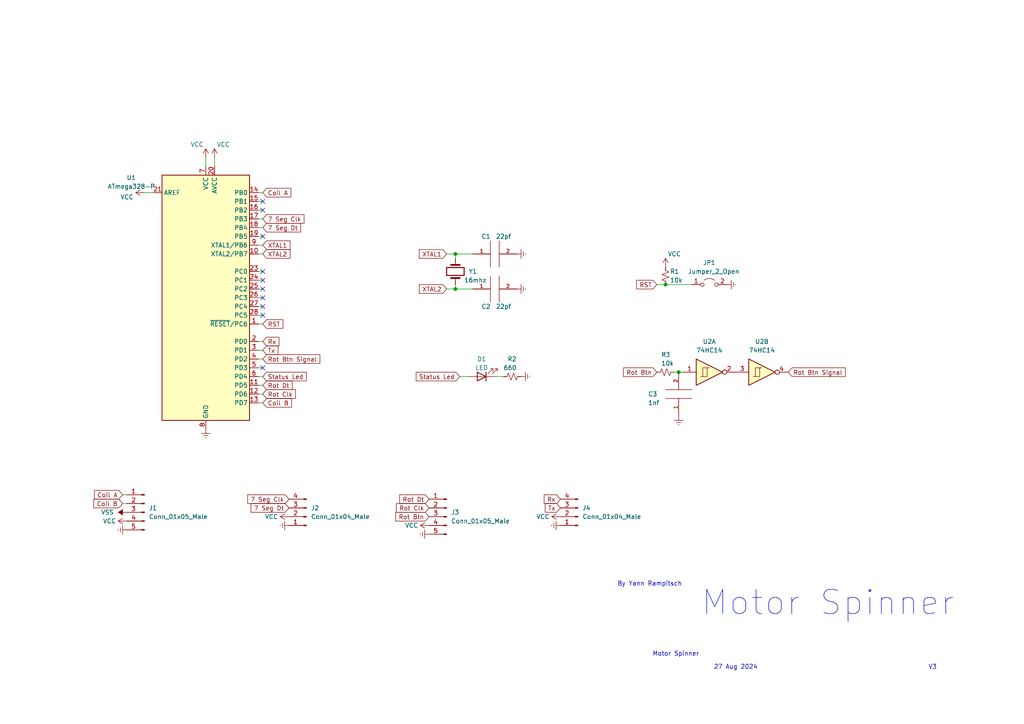
<source format=kicad_sch>
(kicad_sch (version 20211123) (generator eeschema)

  (uuid e63e39d7-6ac0-4ffd-8aa3-1841a4541b55)

  (paper "A4")

  (lib_symbols
    (symbol "74xx:74HC14" (pin_names (offset 1.016)) (in_bom yes) (on_board yes)
      (property "Reference" "U" (id 0) (at 0 1.27 0)
        (effects (font (size 1.27 1.27)))
      )
      (property "Value" "74HC14" (id 1) (at 0 -1.27 0)
        (effects (font (size 1.27 1.27)))
      )
      (property "Footprint" "" (id 2) (at 0 0 0)
        (effects (font (size 1.27 1.27)) hide)
      )
      (property "Datasheet" "http://www.ti.com/lit/gpn/sn74HC14" (id 3) (at 0 0 0)
        (effects (font (size 1.27 1.27)) hide)
      )
      (property "ki_locked" "" (id 4) (at 0 0 0)
        (effects (font (size 1.27 1.27)))
      )
      (property "ki_keywords" "HCMOS not inverter" (id 5) (at 0 0 0)
        (effects (font (size 1.27 1.27)) hide)
      )
      (property "ki_description" "Hex inverter schmitt trigger" (id 6) (at 0 0 0)
        (effects (font (size 1.27 1.27)) hide)
      )
      (property "ki_fp_filters" "DIP*W7.62mm*" (id 7) (at 0 0 0)
        (effects (font (size 1.27 1.27)) hide)
      )
      (symbol "74HC14_1_0"
        (polyline
          (pts
            (xy -3.81 3.81)
            (xy -3.81 -3.81)
            (xy 3.81 0)
            (xy -3.81 3.81)
          )
          (stroke (width 0.254) (type default) (color 0 0 0 0))
          (fill (type background))
        )
        (pin input line (at -7.62 0 0) (length 3.81)
          (name "~" (effects (font (size 1.27 1.27))))
          (number "1" (effects (font (size 1.27 1.27))))
        )
        (pin output inverted (at 7.62 0 180) (length 3.81)
          (name "~" (effects (font (size 1.27 1.27))))
          (number "2" (effects (font (size 1.27 1.27))))
        )
      )
      (symbol "74HC14_1_1"
        (polyline
          (pts
            (xy -1.905 -1.27)
            (xy -1.905 1.27)
            (xy -0.635 1.27)
          )
          (stroke (width 0) (type default) (color 0 0 0 0))
          (fill (type none))
        )
        (polyline
          (pts
            (xy -2.54 -1.27)
            (xy -0.635 -1.27)
            (xy -0.635 1.27)
            (xy 0 1.27)
          )
          (stroke (width 0) (type default) (color 0 0 0 0))
          (fill (type none))
        )
      )
      (symbol "74HC14_2_0"
        (polyline
          (pts
            (xy -3.81 3.81)
            (xy -3.81 -3.81)
            (xy 3.81 0)
            (xy -3.81 3.81)
          )
          (stroke (width 0.254) (type default) (color 0 0 0 0))
          (fill (type background))
        )
        (pin input line (at -7.62 0 0) (length 3.81)
          (name "~" (effects (font (size 1.27 1.27))))
          (number "3" (effects (font (size 1.27 1.27))))
        )
        (pin output inverted (at 7.62 0 180) (length 3.81)
          (name "~" (effects (font (size 1.27 1.27))))
          (number "4" (effects (font (size 1.27 1.27))))
        )
      )
      (symbol "74HC14_2_1"
        (polyline
          (pts
            (xy -1.905 -1.27)
            (xy -1.905 1.27)
            (xy -0.635 1.27)
          )
          (stroke (width 0) (type default) (color 0 0 0 0))
          (fill (type none))
        )
        (polyline
          (pts
            (xy -2.54 -1.27)
            (xy -0.635 -1.27)
            (xy -0.635 1.27)
            (xy 0 1.27)
          )
          (stroke (width 0) (type default) (color 0 0 0 0))
          (fill (type none))
        )
      )
      (symbol "74HC14_3_0"
        (polyline
          (pts
            (xy -3.81 3.81)
            (xy -3.81 -3.81)
            (xy 3.81 0)
            (xy -3.81 3.81)
          )
          (stroke (width 0.254) (type default) (color 0 0 0 0))
          (fill (type background))
        )
        (pin input line (at -7.62 0 0) (length 3.81)
          (name "~" (effects (font (size 1.27 1.27))))
          (number "5" (effects (font (size 1.27 1.27))))
        )
        (pin output inverted (at 7.62 0 180) (length 3.81)
          (name "~" (effects (font (size 1.27 1.27))))
          (number "6" (effects (font (size 1.27 1.27))))
        )
      )
      (symbol "74HC14_3_1"
        (polyline
          (pts
            (xy -1.905 -1.27)
            (xy -1.905 1.27)
            (xy -0.635 1.27)
          )
          (stroke (width 0) (type default) (color 0 0 0 0))
          (fill (type none))
        )
        (polyline
          (pts
            (xy -2.54 -1.27)
            (xy -0.635 -1.27)
            (xy -0.635 1.27)
            (xy 0 1.27)
          )
          (stroke (width 0) (type default) (color 0 0 0 0))
          (fill (type none))
        )
      )
      (symbol "74HC14_4_0"
        (polyline
          (pts
            (xy -3.81 3.81)
            (xy -3.81 -3.81)
            (xy 3.81 0)
            (xy -3.81 3.81)
          )
          (stroke (width 0.254) (type default) (color 0 0 0 0))
          (fill (type background))
        )
        (pin output inverted (at 7.62 0 180) (length 3.81)
          (name "~" (effects (font (size 1.27 1.27))))
          (number "8" (effects (font (size 1.27 1.27))))
        )
        (pin input line (at -7.62 0 0) (length 3.81)
          (name "~" (effects (font (size 1.27 1.27))))
          (number "9" (effects (font (size 1.27 1.27))))
        )
      )
      (symbol "74HC14_4_1"
        (polyline
          (pts
            (xy -1.905 -1.27)
            (xy -1.905 1.27)
            (xy -0.635 1.27)
          )
          (stroke (width 0) (type default) (color 0 0 0 0))
          (fill (type none))
        )
        (polyline
          (pts
            (xy -2.54 -1.27)
            (xy -0.635 -1.27)
            (xy -0.635 1.27)
            (xy 0 1.27)
          )
          (stroke (width 0) (type default) (color 0 0 0 0))
          (fill (type none))
        )
      )
      (symbol "74HC14_5_0"
        (polyline
          (pts
            (xy -3.81 3.81)
            (xy -3.81 -3.81)
            (xy 3.81 0)
            (xy -3.81 3.81)
          )
          (stroke (width 0.254) (type default) (color 0 0 0 0))
          (fill (type background))
        )
        (pin output inverted (at 7.62 0 180) (length 3.81)
          (name "~" (effects (font (size 1.27 1.27))))
          (number "10" (effects (font (size 1.27 1.27))))
        )
        (pin input line (at -7.62 0 0) (length 3.81)
          (name "~" (effects (font (size 1.27 1.27))))
          (number "11" (effects (font (size 1.27 1.27))))
        )
      )
      (symbol "74HC14_5_1"
        (polyline
          (pts
            (xy -1.905 -1.27)
            (xy -1.905 1.27)
            (xy -0.635 1.27)
          )
          (stroke (width 0) (type default) (color 0 0 0 0))
          (fill (type none))
        )
        (polyline
          (pts
            (xy -2.54 -1.27)
            (xy -0.635 -1.27)
            (xy -0.635 1.27)
            (xy 0 1.27)
          )
          (stroke (width 0) (type default) (color 0 0 0 0))
          (fill (type none))
        )
      )
      (symbol "74HC14_6_0"
        (polyline
          (pts
            (xy -3.81 3.81)
            (xy -3.81 -3.81)
            (xy 3.81 0)
            (xy -3.81 3.81)
          )
          (stroke (width 0.254) (type default) (color 0 0 0 0))
          (fill (type background))
        )
        (pin output inverted (at 7.62 0 180) (length 3.81)
          (name "~" (effects (font (size 1.27 1.27))))
          (number "12" (effects (font (size 1.27 1.27))))
        )
        (pin input line (at -7.62 0 0) (length 3.81)
          (name "~" (effects (font (size 1.27 1.27))))
          (number "13" (effects (font (size 1.27 1.27))))
        )
      )
      (symbol "74HC14_6_1"
        (polyline
          (pts
            (xy -1.905 -1.27)
            (xy -1.905 1.27)
            (xy -0.635 1.27)
          )
          (stroke (width 0) (type default) (color 0 0 0 0))
          (fill (type none))
        )
        (polyline
          (pts
            (xy -2.54 -1.27)
            (xy -0.635 -1.27)
            (xy -0.635 1.27)
            (xy 0 1.27)
          )
          (stroke (width 0) (type default) (color 0 0 0 0))
          (fill (type none))
        )
      )
      (symbol "74HC14_7_0"
        (pin power_in line (at 0 12.7 270) (length 5.08)
          (name "VCC" (effects (font (size 1.27 1.27))))
          (number "14" (effects (font (size 1.27 1.27))))
        )
        (pin power_in line (at 0 -12.7 90) (length 5.08)
          (name "GND" (effects (font (size 1.27 1.27))))
          (number "7" (effects (font (size 1.27 1.27))))
        )
      )
      (symbol "74HC14_7_1"
        (rectangle (start -5.08 7.62) (end 5.08 -7.62)
          (stroke (width 0.254) (type default) (color 0 0 0 0))
          (fill (type background))
        )
      )
    )
    (symbol "Connector:Conn_01x04_Male" (pin_names (offset 1.016) hide) (in_bom yes) (on_board yes)
      (property "Reference" "J" (id 0) (at 0 5.08 0)
        (effects (font (size 1.27 1.27)))
      )
      (property "Value" "Conn_01x04_Male" (id 1) (at 0 -7.62 0)
        (effects (font (size 1.27 1.27)))
      )
      (property "Footprint" "" (id 2) (at 0 0 0)
        (effects (font (size 1.27 1.27)) hide)
      )
      (property "Datasheet" "~" (id 3) (at 0 0 0)
        (effects (font (size 1.27 1.27)) hide)
      )
      (property "ki_keywords" "connector" (id 4) (at 0 0 0)
        (effects (font (size 1.27 1.27)) hide)
      )
      (property "ki_description" "Generic connector, single row, 01x04, script generated (kicad-library-utils/schlib/autogen/connector/)" (id 5) (at 0 0 0)
        (effects (font (size 1.27 1.27)) hide)
      )
      (property "ki_fp_filters" "Connector*:*_1x??_*" (id 6) (at 0 0 0)
        (effects (font (size 1.27 1.27)) hide)
      )
      (symbol "Conn_01x04_Male_1_1"
        (polyline
          (pts
            (xy 1.27 -5.08)
            (xy 0.8636 -5.08)
          )
          (stroke (width 0.1524) (type default) (color 0 0 0 0))
          (fill (type none))
        )
        (polyline
          (pts
            (xy 1.27 -2.54)
            (xy 0.8636 -2.54)
          )
          (stroke (width 0.1524) (type default) (color 0 0 0 0))
          (fill (type none))
        )
        (polyline
          (pts
            (xy 1.27 0)
            (xy 0.8636 0)
          )
          (stroke (width 0.1524) (type default) (color 0 0 0 0))
          (fill (type none))
        )
        (polyline
          (pts
            (xy 1.27 2.54)
            (xy 0.8636 2.54)
          )
          (stroke (width 0.1524) (type default) (color 0 0 0 0))
          (fill (type none))
        )
        (rectangle (start 0.8636 -4.953) (end 0 -5.207)
          (stroke (width 0.1524) (type default) (color 0 0 0 0))
          (fill (type outline))
        )
        (rectangle (start 0.8636 -2.413) (end 0 -2.667)
          (stroke (width 0.1524) (type default) (color 0 0 0 0))
          (fill (type outline))
        )
        (rectangle (start 0.8636 0.127) (end 0 -0.127)
          (stroke (width 0.1524) (type default) (color 0 0 0 0))
          (fill (type outline))
        )
        (rectangle (start 0.8636 2.667) (end 0 2.413)
          (stroke (width 0.1524) (type default) (color 0 0 0 0))
          (fill (type outline))
        )
        (pin passive line (at 5.08 2.54 180) (length 3.81)
          (name "Pin_1" (effects (font (size 1.27 1.27))))
          (number "1" (effects (font (size 1.27 1.27))))
        )
        (pin passive line (at 5.08 0 180) (length 3.81)
          (name "Pin_2" (effects (font (size 1.27 1.27))))
          (number "2" (effects (font (size 1.27 1.27))))
        )
        (pin passive line (at 5.08 -2.54 180) (length 3.81)
          (name "Pin_3" (effects (font (size 1.27 1.27))))
          (number "3" (effects (font (size 1.27 1.27))))
        )
        (pin passive line (at 5.08 -5.08 180) (length 3.81)
          (name "Pin_4" (effects (font (size 1.27 1.27))))
          (number "4" (effects (font (size 1.27 1.27))))
        )
      )
    )
    (symbol "Connector:Conn_01x05_Male" (pin_names (offset 1.016) hide) (in_bom yes) (on_board yes)
      (property "Reference" "J" (id 0) (at 0 7.62 0)
        (effects (font (size 1.27 1.27)))
      )
      (property "Value" "Conn_01x05_Male" (id 1) (at 0 -7.62 0)
        (effects (font (size 1.27 1.27)))
      )
      (property "Footprint" "" (id 2) (at 0 0 0)
        (effects (font (size 1.27 1.27)) hide)
      )
      (property "Datasheet" "~" (id 3) (at 0 0 0)
        (effects (font (size 1.27 1.27)) hide)
      )
      (property "ki_keywords" "connector" (id 4) (at 0 0 0)
        (effects (font (size 1.27 1.27)) hide)
      )
      (property "ki_description" "Generic connector, single row, 01x05, script generated (kicad-library-utils/schlib/autogen/connector/)" (id 5) (at 0 0 0)
        (effects (font (size 1.27 1.27)) hide)
      )
      (property "ki_fp_filters" "Connector*:*_1x??_*" (id 6) (at 0 0 0)
        (effects (font (size 1.27 1.27)) hide)
      )
      (symbol "Conn_01x05_Male_1_1"
        (polyline
          (pts
            (xy 1.27 -5.08)
            (xy 0.8636 -5.08)
          )
          (stroke (width 0.1524) (type default) (color 0 0 0 0))
          (fill (type none))
        )
        (polyline
          (pts
            (xy 1.27 -2.54)
            (xy 0.8636 -2.54)
          )
          (stroke (width 0.1524) (type default) (color 0 0 0 0))
          (fill (type none))
        )
        (polyline
          (pts
            (xy 1.27 0)
            (xy 0.8636 0)
          )
          (stroke (width 0.1524) (type default) (color 0 0 0 0))
          (fill (type none))
        )
        (polyline
          (pts
            (xy 1.27 2.54)
            (xy 0.8636 2.54)
          )
          (stroke (width 0.1524) (type default) (color 0 0 0 0))
          (fill (type none))
        )
        (polyline
          (pts
            (xy 1.27 5.08)
            (xy 0.8636 5.08)
          )
          (stroke (width 0.1524) (type default) (color 0 0 0 0))
          (fill (type none))
        )
        (rectangle (start 0.8636 -4.953) (end 0 -5.207)
          (stroke (width 0.1524) (type default) (color 0 0 0 0))
          (fill (type outline))
        )
        (rectangle (start 0.8636 -2.413) (end 0 -2.667)
          (stroke (width 0.1524) (type default) (color 0 0 0 0))
          (fill (type outline))
        )
        (rectangle (start 0.8636 0.127) (end 0 -0.127)
          (stroke (width 0.1524) (type default) (color 0 0 0 0))
          (fill (type outline))
        )
        (rectangle (start 0.8636 2.667) (end 0 2.413)
          (stroke (width 0.1524) (type default) (color 0 0 0 0))
          (fill (type outline))
        )
        (rectangle (start 0.8636 5.207) (end 0 4.953)
          (stroke (width 0.1524) (type default) (color 0 0 0 0))
          (fill (type outline))
        )
        (pin passive line (at 5.08 5.08 180) (length 3.81)
          (name "Pin_1" (effects (font (size 1.27 1.27))))
          (number "1" (effects (font (size 1.27 1.27))))
        )
        (pin passive line (at 5.08 2.54 180) (length 3.81)
          (name "Pin_2" (effects (font (size 1.27 1.27))))
          (number "2" (effects (font (size 1.27 1.27))))
        )
        (pin passive line (at 5.08 0 180) (length 3.81)
          (name "Pin_3" (effects (font (size 1.27 1.27))))
          (number "3" (effects (font (size 1.27 1.27))))
        )
        (pin passive line (at 5.08 -2.54 180) (length 3.81)
          (name "Pin_4" (effects (font (size 1.27 1.27))))
          (number "4" (effects (font (size 1.27 1.27))))
        )
        (pin passive line (at 5.08 -5.08 180) (length 3.81)
          (name "Pin_5" (effects (font (size 1.27 1.27))))
          (number "5" (effects (font (size 1.27 1.27))))
        )
      )
    )
    (symbol "Device:Crystal" (pin_numbers hide) (pin_names (offset 1.016) hide) (in_bom yes) (on_board yes)
      (property "Reference" "Y" (id 0) (at 0 3.81 0)
        (effects (font (size 1.27 1.27)))
      )
      (property "Value" "Crystal" (id 1) (at 0 -3.81 0)
        (effects (font (size 1.27 1.27)))
      )
      (property "Footprint" "" (id 2) (at 0 0 0)
        (effects (font (size 1.27 1.27)) hide)
      )
      (property "Datasheet" "~" (id 3) (at 0 0 0)
        (effects (font (size 1.27 1.27)) hide)
      )
      (property "ki_keywords" "quartz ceramic resonator oscillator" (id 4) (at 0 0 0)
        (effects (font (size 1.27 1.27)) hide)
      )
      (property "ki_description" "Two pin crystal" (id 5) (at 0 0 0)
        (effects (font (size 1.27 1.27)) hide)
      )
      (property "ki_fp_filters" "Crystal*" (id 6) (at 0 0 0)
        (effects (font (size 1.27 1.27)) hide)
      )
      (symbol "Crystal_0_1"
        (rectangle (start -1.143 2.54) (end 1.143 -2.54)
          (stroke (width 0.3048) (type default) (color 0 0 0 0))
          (fill (type none))
        )
        (polyline
          (pts
            (xy -2.54 0)
            (xy -1.905 0)
          )
          (stroke (width 0) (type default) (color 0 0 0 0))
          (fill (type none))
        )
        (polyline
          (pts
            (xy -1.905 -1.27)
            (xy -1.905 1.27)
          )
          (stroke (width 0.508) (type default) (color 0 0 0 0))
          (fill (type none))
        )
        (polyline
          (pts
            (xy 1.905 -1.27)
            (xy 1.905 1.27)
          )
          (stroke (width 0.508) (type default) (color 0 0 0 0))
          (fill (type none))
        )
        (polyline
          (pts
            (xy 2.54 0)
            (xy 1.905 0)
          )
          (stroke (width 0) (type default) (color 0 0 0 0))
          (fill (type none))
        )
      )
      (symbol "Crystal_1_1"
        (pin passive line (at -3.81 0 0) (length 1.27)
          (name "1" (effects (font (size 1.27 1.27))))
          (number "1" (effects (font (size 1.27 1.27))))
        )
        (pin passive line (at 3.81 0 180) (length 1.27)
          (name "2" (effects (font (size 1.27 1.27))))
          (number "2" (effects (font (size 1.27 1.27))))
        )
      )
    )
    (symbol "Device:LED" (pin_numbers hide) (pin_names (offset 1.016) hide) (in_bom yes) (on_board yes)
      (property "Reference" "D" (id 0) (at 0 2.54 0)
        (effects (font (size 1.27 1.27)))
      )
      (property "Value" "LED" (id 1) (at 0 -2.54 0)
        (effects (font (size 1.27 1.27)))
      )
      (property "Footprint" "" (id 2) (at 0 0 0)
        (effects (font (size 1.27 1.27)) hide)
      )
      (property "Datasheet" "~" (id 3) (at 0 0 0)
        (effects (font (size 1.27 1.27)) hide)
      )
      (property "ki_keywords" "LED diode" (id 4) (at 0 0 0)
        (effects (font (size 1.27 1.27)) hide)
      )
      (property "ki_description" "Light emitting diode" (id 5) (at 0 0 0)
        (effects (font (size 1.27 1.27)) hide)
      )
      (property "ki_fp_filters" "LED* LED_SMD:* LED_THT:*" (id 6) (at 0 0 0)
        (effects (font (size 1.27 1.27)) hide)
      )
      (symbol "LED_0_1"
        (polyline
          (pts
            (xy -1.27 -1.27)
            (xy -1.27 1.27)
          )
          (stroke (width 0.254) (type default) (color 0 0 0 0))
          (fill (type none))
        )
        (polyline
          (pts
            (xy -1.27 0)
            (xy 1.27 0)
          )
          (stroke (width 0) (type default) (color 0 0 0 0))
          (fill (type none))
        )
        (polyline
          (pts
            (xy 1.27 -1.27)
            (xy 1.27 1.27)
            (xy -1.27 0)
            (xy 1.27 -1.27)
          )
          (stroke (width 0.254) (type default) (color 0 0 0 0))
          (fill (type none))
        )
        (polyline
          (pts
            (xy -3.048 -0.762)
            (xy -4.572 -2.286)
            (xy -3.81 -2.286)
            (xy -4.572 -2.286)
            (xy -4.572 -1.524)
          )
          (stroke (width 0) (type default) (color 0 0 0 0))
          (fill (type none))
        )
        (polyline
          (pts
            (xy -1.778 -0.762)
            (xy -3.302 -2.286)
            (xy -2.54 -2.286)
            (xy -3.302 -2.286)
            (xy -3.302 -1.524)
          )
          (stroke (width 0) (type default) (color 0 0 0 0))
          (fill (type none))
        )
      )
      (symbol "LED_1_1"
        (pin passive line (at -3.81 0 0) (length 2.54)
          (name "K" (effects (font (size 1.27 1.27))))
          (number "1" (effects (font (size 1.27 1.27))))
        )
        (pin passive line (at 3.81 0 180) (length 2.54)
          (name "A" (effects (font (size 1.27 1.27))))
          (number "2" (effects (font (size 1.27 1.27))))
        )
      )
    )
    (symbol "Device:R_Small_US" (pin_numbers hide) (pin_names (offset 0.254) hide) (in_bom yes) (on_board yes)
      (property "Reference" "R" (id 0) (at 0.762 0.508 0)
        (effects (font (size 1.27 1.27)) (justify left))
      )
      (property "Value" "R_Small_US" (id 1) (at 0.762 -1.016 0)
        (effects (font (size 1.27 1.27)) (justify left))
      )
      (property "Footprint" "" (id 2) (at 0 0 0)
        (effects (font (size 1.27 1.27)) hide)
      )
      (property "Datasheet" "~" (id 3) (at 0 0 0)
        (effects (font (size 1.27 1.27)) hide)
      )
      (property "ki_keywords" "r resistor" (id 4) (at 0 0 0)
        (effects (font (size 1.27 1.27)) hide)
      )
      (property "ki_description" "Resistor, small US symbol" (id 5) (at 0 0 0)
        (effects (font (size 1.27 1.27)) hide)
      )
      (property "ki_fp_filters" "R_*" (id 6) (at 0 0 0)
        (effects (font (size 1.27 1.27)) hide)
      )
      (symbol "R_Small_US_1_1"
        (polyline
          (pts
            (xy 0 0)
            (xy 1.016 -0.381)
            (xy 0 -0.762)
            (xy -1.016 -1.143)
            (xy 0 -1.524)
          )
          (stroke (width 0) (type default) (color 0 0 0 0))
          (fill (type none))
        )
        (polyline
          (pts
            (xy 0 1.524)
            (xy 1.016 1.143)
            (xy 0 0.762)
            (xy -1.016 0.381)
            (xy 0 0)
          )
          (stroke (width 0) (type default) (color 0 0 0 0))
          (fill (type none))
        )
        (pin passive line (at 0 2.54 270) (length 1.016)
          (name "~" (effects (font (size 1.27 1.27))))
          (number "1" (effects (font (size 1.27 1.27))))
        )
        (pin passive line (at 0 -2.54 90) (length 1.016)
          (name "~" (effects (font (size 1.27 1.27))))
          (number "2" (effects (font (size 1.27 1.27))))
        )
      )
    )
    (symbol "Jumper:Jumper_2_Open" (pin_names (offset 0) hide) (in_bom yes) (on_board yes)
      (property "Reference" "JP" (id 0) (at 0 2.794 0)
        (effects (font (size 1.27 1.27)))
      )
      (property "Value" "Jumper_2_Open" (id 1) (at 0 -2.286 0)
        (effects (font (size 1.27 1.27)))
      )
      (property "Footprint" "" (id 2) (at 0 0 0)
        (effects (font (size 1.27 1.27)) hide)
      )
      (property "Datasheet" "~" (id 3) (at 0 0 0)
        (effects (font (size 1.27 1.27)) hide)
      )
      (property "ki_keywords" "Jumper SPST" (id 4) (at 0 0 0)
        (effects (font (size 1.27 1.27)) hide)
      )
      (property "ki_description" "Jumper, 2-pole, open" (id 5) (at 0 0 0)
        (effects (font (size 1.27 1.27)) hide)
      )
      (property "ki_fp_filters" "Jumper* TestPoint*2Pads* TestPoint*Bridge*" (id 6) (at 0 0 0)
        (effects (font (size 1.27 1.27)) hide)
      )
      (symbol "Jumper_2_Open_0_0"
        (circle (center -2.032 0) (radius 0.508)
          (stroke (width 0) (type default) (color 0 0 0 0))
          (fill (type none))
        )
        (circle (center 2.032 0) (radius 0.508)
          (stroke (width 0) (type default) (color 0 0 0 0))
          (fill (type none))
        )
      )
      (symbol "Jumper_2_Open_0_1"
        (arc (start 1.524 1.27) (mid 0 1.778) (end -1.524 1.27)
          (stroke (width 0) (type default) (color 0 0 0 0))
          (fill (type none))
        )
      )
      (symbol "Jumper_2_Open_1_1"
        (pin passive line (at -5.08 0 0) (length 2.54)
          (name "A" (effects (font (size 1.27 1.27))))
          (number "1" (effects (font (size 1.27 1.27))))
        )
        (pin passive line (at 5.08 0 180) (length 2.54)
          (name "B" (effects (font (size 1.27 1.27))))
          (number "2" (effects (font (size 1.27 1.27))))
        )
      )
    )
    (symbol "MCU_Microchip_ATmega:ATmega328-P" (in_bom yes) (on_board yes)
      (property "Reference" "U" (id 0) (at -12.7 36.83 0)
        (effects (font (size 1.27 1.27)) (justify left bottom))
      )
      (property "Value" "ATmega328-P" (id 1) (at 2.54 -36.83 0)
        (effects (font (size 1.27 1.27)) (justify left top))
      )
      (property "Footprint" "Package_DIP:DIP-28_W7.62mm" (id 2) (at 0 0 0)
        (effects (font (size 1.27 1.27) italic) hide)
      )
      (property "Datasheet" "http://ww1.microchip.com/downloads/en/DeviceDoc/ATmega328_P%20AVR%20MCU%20with%20picoPower%20Technology%20Data%20Sheet%2040001984A.pdf" (id 3) (at 0 0 0)
        (effects (font (size 1.27 1.27)) hide)
      )
      (property "ki_keywords" "AVR 8bit Microcontroller MegaAVR" (id 4) (at 0 0 0)
        (effects (font (size 1.27 1.27)) hide)
      )
      (property "ki_description" "20MHz, 32kB Flash, 2kB SRAM, 1kB EEPROM, DIP-28" (id 5) (at 0 0 0)
        (effects (font (size 1.27 1.27)) hide)
      )
      (property "ki_fp_filters" "DIP*W7.62mm*" (id 6) (at 0 0 0)
        (effects (font (size 1.27 1.27)) hide)
      )
      (symbol "ATmega328-P_0_1"
        (rectangle (start -12.7 -35.56) (end 12.7 35.56)
          (stroke (width 0.254) (type default) (color 0 0 0 0))
          (fill (type background))
        )
      )
      (symbol "ATmega328-P_1_1"
        (pin bidirectional line (at 15.24 -7.62 180) (length 2.54)
          (name "~{RESET}/PC6" (effects (font (size 1.27 1.27))))
          (number "1" (effects (font (size 1.27 1.27))))
        )
        (pin bidirectional line (at 15.24 12.7 180) (length 2.54)
          (name "XTAL2/PB7" (effects (font (size 1.27 1.27))))
          (number "10" (effects (font (size 1.27 1.27))))
        )
        (pin bidirectional line (at 15.24 -25.4 180) (length 2.54)
          (name "PD5" (effects (font (size 1.27 1.27))))
          (number "11" (effects (font (size 1.27 1.27))))
        )
        (pin bidirectional line (at 15.24 -27.94 180) (length 2.54)
          (name "PD6" (effects (font (size 1.27 1.27))))
          (number "12" (effects (font (size 1.27 1.27))))
        )
        (pin bidirectional line (at 15.24 -30.48 180) (length 2.54)
          (name "PD7" (effects (font (size 1.27 1.27))))
          (number "13" (effects (font (size 1.27 1.27))))
        )
        (pin bidirectional line (at 15.24 30.48 180) (length 2.54)
          (name "PB0" (effects (font (size 1.27 1.27))))
          (number "14" (effects (font (size 1.27 1.27))))
        )
        (pin bidirectional line (at 15.24 27.94 180) (length 2.54)
          (name "PB1" (effects (font (size 1.27 1.27))))
          (number "15" (effects (font (size 1.27 1.27))))
        )
        (pin bidirectional line (at 15.24 25.4 180) (length 2.54)
          (name "PB2" (effects (font (size 1.27 1.27))))
          (number "16" (effects (font (size 1.27 1.27))))
        )
        (pin bidirectional line (at 15.24 22.86 180) (length 2.54)
          (name "PB3" (effects (font (size 1.27 1.27))))
          (number "17" (effects (font (size 1.27 1.27))))
        )
        (pin bidirectional line (at 15.24 20.32 180) (length 2.54)
          (name "PB4" (effects (font (size 1.27 1.27))))
          (number "18" (effects (font (size 1.27 1.27))))
        )
        (pin bidirectional line (at 15.24 17.78 180) (length 2.54)
          (name "PB5" (effects (font (size 1.27 1.27))))
          (number "19" (effects (font (size 1.27 1.27))))
        )
        (pin bidirectional line (at 15.24 -12.7 180) (length 2.54)
          (name "PD0" (effects (font (size 1.27 1.27))))
          (number "2" (effects (font (size 1.27 1.27))))
        )
        (pin power_in line (at 2.54 38.1 270) (length 2.54)
          (name "AVCC" (effects (font (size 1.27 1.27))))
          (number "20" (effects (font (size 1.27 1.27))))
        )
        (pin passive line (at -15.24 30.48 0) (length 2.54)
          (name "AREF" (effects (font (size 1.27 1.27))))
          (number "21" (effects (font (size 1.27 1.27))))
        )
        (pin passive line (at 0 -38.1 90) (length 2.54) hide
          (name "GND" (effects (font (size 1.27 1.27))))
          (number "22" (effects (font (size 1.27 1.27))))
        )
        (pin bidirectional line (at 15.24 7.62 180) (length 2.54)
          (name "PC0" (effects (font (size 1.27 1.27))))
          (number "23" (effects (font (size 1.27 1.27))))
        )
        (pin bidirectional line (at 15.24 5.08 180) (length 2.54)
          (name "PC1" (effects (font (size 1.27 1.27))))
          (number "24" (effects (font (size 1.27 1.27))))
        )
        (pin bidirectional line (at 15.24 2.54 180) (length 2.54)
          (name "PC2" (effects (font (size 1.27 1.27))))
          (number "25" (effects (font (size 1.27 1.27))))
        )
        (pin bidirectional line (at 15.24 0 180) (length 2.54)
          (name "PC3" (effects (font (size 1.27 1.27))))
          (number "26" (effects (font (size 1.27 1.27))))
        )
        (pin bidirectional line (at 15.24 -2.54 180) (length 2.54)
          (name "PC4" (effects (font (size 1.27 1.27))))
          (number "27" (effects (font (size 1.27 1.27))))
        )
        (pin bidirectional line (at 15.24 -5.08 180) (length 2.54)
          (name "PC5" (effects (font (size 1.27 1.27))))
          (number "28" (effects (font (size 1.27 1.27))))
        )
        (pin bidirectional line (at 15.24 -15.24 180) (length 2.54)
          (name "PD1" (effects (font (size 1.27 1.27))))
          (number "3" (effects (font (size 1.27 1.27))))
        )
        (pin bidirectional line (at 15.24 -17.78 180) (length 2.54)
          (name "PD2" (effects (font (size 1.27 1.27))))
          (number "4" (effects (font (size 1.27 1.27))))
        )
        (pin bidirectional line (at 15.24 -20.32 180) (length 2.54)
          (name "PD3" (effects (font (size 1.27 1.27))))
          (number "5" (effects (font (size 1.27 1.27))))
        )
        (pin bidirectional line (at 15.24 -22.86 180) (length 2.54)
          (name "PD4" (effects (font (size 1.27 1.27))))
          (number "6" (effects (font (size 1.27 1.27))))
        )
        (pin power_in line (at 0 38.1 270) (length 2.54)
          (name "VCC" (effects (font (size 1.27 1.27))))
          (number "7" (effects (font (size 1.27 1.27))))
        )
        (pin power_in line (at 0 -38.1 90) (length 2.54)
          (name "GND" (effects (font (size 1.27 1.27))))
          (number "8" (effects (font (size 1.27 1.27))))
        )
        (pin bidirectional line (at 15.24 15.24 180) (length 2.54)
          (name "XTAL1/PB6" (effects (font (size 1.27 1.27))))
          (number "9" (effects (font (size 1.27 1.27))))
        )
      )
    )
    (symbol "power:Earth" (power) (pin_names (offset 0)) (in_bom yes) (on_board yes)
      (property "Reference" "#PWR" (id 0) (at 0 -6.35 0)
        (effects (font (size 1.27 1.27)) hide)
      )
      (property "Value" "Earth" (id 1) (at 0 -3.81 0)
        (effects (font (size 1.27 1.27)) hide)
      )
      (property "Footprint" "" (id 2) (at 0 0 0)
        (effects (font (size 1.27 1.27)) hide)
      )
      (property "Datasheet" "~" (id 3) (at 0 0 0)
        (effects (font (size 1.27 1.27)) hide)
      )
      (property "ki_keywords" "power-flag ground gnd" (id 4) (at 0 0 0)
        (effects (font (size 1.27 1.27)) hide)
      )
      (property "ki_description" "Power symbol creates a global label with name \"Earth\"" (id 5) (at 0 0 0)
        (effects (font (size 1.27 1.27)) hide)
      )
      (symbol "Earth_0_1"
        (polyline
          (pts
            (xy -0.635 -1.905)
            (xy 0.635 -1.905)
          )
          (stroke (width 0) (type default) (color 0 0 0 0))
          (fill (type none))
        )
        (polyline
          (pts
            (xy -0.127 -2.54)
            (xy 0.127 -2.54)
          )
          (stroke (width 0) (type default) (color 0 0 0 0))
          (fill (type none))
        )
        (polyline
          (pts
            (xy 0 -1.27)
            (xy 0 0)
          )
          (stroke (width 0) (type default) (color 0 0 0 0))
          (fill (type none))
        )
        (polyline
          (pts
            (xy 1.27 -1.27)
            (xy -1.27 -1.27)
          )
          (stroke (width 0) (type default) (color 0 0 0 0))
          (fill (type none))
        )
      )
      (symbol "Earth_1_1"
        (pin power_in line (at 0 0 270) (length 0) hide
          (name "Earth" (effects (font (size 1.27 1.27))))
          (number "1" (effects (font (size 1.27 1.27))))
        )
      )
    )
    (symbol "power:VCC" (power) (pin_names (offset 0)) (in_bom yes) (on_board yes)
      (property "Reference" "#PWR" (id 0) (at 0 -3.81 0)
        (effects (font (size 1.27 1.27)) hide)
      )
      (property "Value" "VCC" (id 1) (at 0 3.81 0)
        (effects (font (size 1.27 1.27)))
      )
      (property "Footprint" "" (id 2) (at 0 0 0)
        (effects (font (size 1.27 1.27)) hide)
      )
      (property "Datasheet" "" (id 3) (at 0 0 0)
        (effects (font (size 1.27 1.27)) hide)
      )
      (property "ki_keywords" "power-flag" (id 4) (at 0 0 0)
        (effects (font (size 1.27 1.27)) hide)
      )
      (property "ki_description" "Power symbol creates a global label with name \"VCC\"" (id 5) (at 0 0 0)
        (effects (font (size 1.27 1.27)) hide)
      )
      (symbol "VCC_0_1"
        (polyline
          (pts
            (xy -0.762 1.27)
            (xy 0 2.54)
          )
          (stroke (width 0) (type default) (color 0 0 0 0))
          (fill (type none))
        )
        (polyline
          (pts
            (xy 0 0)
            (xy 0 2.54)
          )
          (stroke (width 0) (type default) (color 0 0 0 0))
          (fill (type none))
        )
        (polyline
          (pts
            (xy 0 2.54)
            (xy 0.762 1.27)
          )
          (stroke (width 0) (type default) (color 0 0 0 0))
          (fill (type none))
        )
      )
      (symbol "VCC_1_1"
        (pin power_in line (at 0 0 90) (length 0) hide
          (name "VCC" (effects (font (size 1.27 1.27))))
          (number "1" (effects (font (size 1.27 1.27))))
        )
      )
    )
    (symbol "power:VSS" (power) (pin_names (offset 0)) (in_bom yes) (on_board yes)
      (property "Reference" "#PWR" (id 0) (at 0 -3.81 0)
        (effects (font (size 1.27 1.27)) hide)
      )
      (property "Value" "VSS" (id 1) (at 0 3.81 0)
        (effects (font (size 1.27 1.27)))
      )
      (property "Footprint" "" (id 2) (at 0 0 0)
        (effects (font (size 1.27 1.27)) hide)
      )
      (property "Datasheet" "" (id 3) (at 0 0 0)
        (effects (font (size 1.27 1.27)) hide)
      )
      (property "ki_keywords" "power-flag" (id 4) (at 0 0 0)
        (effects (font (size 1.27 1.27)) hide)
      )
      (property "ki_description" "Power symbol creates a global label with name \"VSS\"" (id 5) (at 0 0 0)
        (effects (font (size 1.27 1.27)) hide)
      )
      (symbol "VSS_0_1"
        (polyline
          (pts
            (xy 0 0)
            (xy 0 2.54)
          )
          (stroke (width 0) (type default) (color 0 0 0 0))
          (fill (type none))
        )
        (polyline
          (pts
            (xy 0.762 1.27)
            (xy -0.762 1.27)
            (xy 0 2.54)
            (xy 0.762 1.27)
          )
          (stroke (width 0) (type default) (color 0 0 0 0))
          (fill (type outline))
        )
      )
      (symbol "VSS_1_1"
        (pin power_in line (at 0 0 90) (length 0) hide
          (name "VSS" (effects (font (size 1.27 1.27))))
          (number "1" (effects (font (size 1.27 1.27))))
        )
      )
    )
    (symbol "pspice:C" (pin_names (offset 0.254)) (in_bom yes) (on_board yes)
      (property "Reference" "C" (id 0) (at 2.54 3.81 90)
        (effects (font (size 1.27 1.27)))
      )
      (property "Value" "C" (id 1) (at 2.54 -3.81 90)
        (effects (font (size 1.27 1.27)))
      )
      (property "Footprint" "" (id 2) (at 0 0 0)
        (effects (font (size 1.27 1.27)) hide)
      )
      (property "Datasheet" "~" (id 3) (at 0 0 0)
        (effects (font (size 1.27 1.27)) hide)
      )
      (property "ki_keywords" "simulation" (id 4) (at 0 0 0)
        (effects (font (size 1.27 1.27)) hide)
      )
      (property "ki_description" "Capacitor symbol for simulation only" (id 5) (at 0 0 0)
        (effects (font (size 1.27 1.27)) hide)
      )
      (symbol "C_0_1"
        (polyline
          (pts
            (xy -3.81 -1.27)
            (xy 3.81 -1.27)
          )
          (stroke (width 0) (type default) (color 0 0 0 0))
          (fill (type none))
        )
        (polyline
          (pts
            (xy -3.81 1.27)
            (xy 3.81 1.27)
          )
          (stroke (width 0) (type default) (color 0 0 0 0))
          (fill (type none))
        )
      )
      (symbol "C_1_1"
        (pin passive line (at 0 6.35 270) (length 5.08)
          (name "~" (effects (font (size 1.016 1.016))))
          (number "1" (effects (font (size 1.016 1.016))))
        )
        (pin passive line (at 0 -6.35 90) (length 5.08)
          (name "~" (effects (font (size 1.016 1.016))))
          (number "2" (effects (font (size 1.016 1.016))))
        )
      )
    )
    (symbol "pspice:CAP" (pin_names (offset 0.254)) (in_bom yes) (on_board yes)
      (property "Reference" "C" (id 0) (at 2.54 3.81 90)
        (effects (font (size 1.27 1.27)))
      )
      (property "Value" "CAP" (id 1) (at 2.54 -3.81 90)
        (effects (font (size 1.27 1.27)))
      )
      (property "Footprint" "" (id 2) (at 0 0 0)
        (effects (font (size 1.27 1.27)) hide)
      )
      (property "Datasheet" "~" (id 3) (at 0 0 0)
        (effects (font (size 1.27 1.27)) hide)
      )
      (property "ki_keywords" "simulation" (id 4) (at 0 0 0)
        (effects (font (size 1.27 1.27)) hide)
      )
      (property "ki_description" "Capacitor symbol for simulation only" (id 5) (at 0 0 0)
        (effects (font (size 1.27 1.27)) hide)
      )
      (symbol "CAP_0_1"
        (polyline
          (pts
            (xy -3.81 -1.27)
            (xy 3.81 -1.27)
          )
          (stroke (width 0) (type default) (color 0 0 0 0))
          (fill (type none))
        )
        (polyline
          (pts
            (xy -3.81 1.27)
            (xy 3.81 1.27)
          )
          (stroke (width 0) (type default) (color 0 0 0 0))
          (fill (type none))
        )
      )
      (symbol "CAP_1_1"
        (pin passive line (at 0 6.35 270) (length 5.08)
          (name "~" (effects (font (size 1.016 1.016))))
          (number "1" (effects (font (size 1.016 1.016))))
        )
        (pin passive line (at 0 -6.35 90) (length 5.08)
          (name "~" (effects (font (size 1.016 1.016))))
          (number "2" (effects (font (size 1.016 1.016))))
        )
      )
    )
  )

  (junction (at 196.85 107.95) (diameter 0) (color 0 0 0 0)
    (uuid 0acc22d3-be3b-4d27-8499-35b70c1ba11d)
  )
  (junction (at 132.08 83.82) (diameter 0) (color 0 0 0 0)
    (uuid 6423ab9d-e1eb-4795-a3c0-7296a66e77f5)
  )
  (junction (at 132.08 73.66) (diameter 0) (color 0 0 0 0)
    (uuid 9105f880-66a1-45b9-ba63-d789acfe0540)
  )
  (junction (at 193.04 82.55) (diameter 0) (color 0 0 0 0)
    (uuid a3b45705-6b9b-4a1f-8b3e-bff27bb61535)
  )

  (no_connect (at 76.2 68.58) (uuid 0e8141d5-70ba-470b-95b3-2b08b7b3d2df))
  (no_connect (at 76.2 78.74) (uuid 2f816b8b-aee1-4b0f-b900-14e0258a0209))
  (no_connect (at 76.2 58.42) (uuid 58562959-5c86-4b3e-9e9c-498ec2dacd15))
  (no_connect (at 76.2 60.96) (uuid c0280f1a-6f9f-4473-a4d7-f9fa651d9424))
  (no_connect (at 76.2 88.9) (uuid ce874c98-fe38-4ffb-9c71-a9c085f5415b))
  (no_connect (at 76.2 91.44) (uuid ce874c98-fe38-4ffb-9c71-a9c085f5415c))
  (no_connect (at 76.2 81.28) (uuid ce874c98-fe38-4ffb-9c71-a9c085f5415d))
  (no_connect (at 76.2 83.82) (uuid ce874c98-fe38-4ffb-9c71-a9c085f5415f))
  (no_connect (at 76.2 86.36) (uuid ce874c98-fe38-4ffb-9c71-a9c085f54160))
  (no_connect (at 76.2 106.68) (uuid d5b197e4-7a68-4978-b82e-ed7353d489c9))

  (wire (pts (xy 35.56 146.05) (xy 36.83 146.05))
    (stroke (width 0) (type default) (color 0 0 0 0))
    (uuid 05d11585-e083-42bd-8ffa-b527f102ec97)
  )
  (wire (pts (xy 132.08 74.93) (xy 132.08 73.66))
    (stroke (width 0) (type default) (color 0 0 0 0))
    (uuid 124f0182-e6e1-4847-aff2-91a21051d450)
  )
  (wire (pts (xy 76.2 81.28) (xy 74.93 81.28))
    (stroke (width 0) (type default) (color 0 0 0 0))
    (uuid 1f6f80c4-70d3-48e3-9ce6-4cf009af887e)
  )
  (wire (pts (xy 74.93 111.76) (xy 76.2 111.76))
    (stroke (width 0) (type default) (color 0 0 0 0))
    (uuid 240f14a6-7b3d-456b-b0e2-8b83af80ed8c)
  )
  (wire (pts (xy 129.54 83.82) (xy 132.08 83.82))
    (stroke (width 0) (type default) (color 0 0 0 0))
    (uuid 272d70cf-6c0a-4cf2-b7a4-34a261f2b964)
  )
  (wire (pts (xy 132.08 83.82) (xy 137.16 83.82))
    (stroke (width 0) (type default) (color 0 0 0 0))
    (uuid 295114ea-f31f-421f-824d-b579c1931f61)
  )
  (wire (pts (xy 129.54 73.66) (xy 132.08 73.66))
    (stroke (width 0) (type default) (color 0 0 0 0))
    (uuid 357fee02-6dca-4e56-99ad-c8aab6531fa7)
  )
  (wire (pts (xy 76.2 104.14) (xy 74.93 104.14))
    (stroke (width 0) (type default) (color 0 0 0 0))
    (uuid 3e575536-3ee5-4577-b57e-407661c1346c)
  )
  (wire (pts (xy 132.08 73.66) (xy 137.16 73.66))
    (stroke (width 0) (type default) (color 0 0 0 0))
    (uuid 407b43c9-baae-4a6a-962c-a94af4d216db)
  )
  (wire (pts (xy 76.2 68.58) (xy 74.93 68.58))
    (stroke (width 0) (type default) (color 0 0 0 0))
    (uuid 48a4426a-4905-4927-b087-9ec8bd6193db)
  )
  (wire (pts (xy 76.2 78.74) (xy 74.93 78.74))
    (stroke (width 0) (type default) (color 0 0 0 0))
    (uuid 507ec8f0-02a8-46a2-82b3-90f56648d82b)
  )
  (wire (pts (xy 74.93 63.5) (xy 76.2 63.5))
    (stroke (width 0) (type default) (color 0 0 0 0))
    (uuid 654a2de1-859b-45db-920a-b2d1871d559d)
  )
  (wire (pts (xy 76.2 86.36) (xy 74.93 86.36))
    (stroke (width 0) (type default) (color 0 0 0 0))
    (uuid 6f303272-379e-440f-b5d3-bdd92fb036f3)
  )
  (wire (pts (xy 74.93 114.3) (xy 76.2 114.3))
    (stroke (width 0) (type default) (color 0 0 0 0))
    (uuid 746d1358-4506-4b5f-a23a-41ad262f8e55)
  )
  (wire (pts (xy 196.85 107.95) (xy 198.12 107.95))
    (stroke (width 0) (type default) (color 0 0 0 0))
    (uuid 75bcf75e-0746-4613-a15d-f25fe29e973b)
  )
  (wire (pts (xy 74.93 101.6) (xy 76.2 101.6))
    (stroke (width 0) (type default) (color 0 0 0 0))
    (uuid 76179af2-5a2b-41b6-b139-e11812a18439)
  )
  (wire (pts (xy 132.08 82.55) (xy 132.08 83.82))
    (stroke (width 0) (type default) (color 0 0 0 0))
    (uuid 799d84ad-47cc-4fc4-a17e-39c202c5be61)
  )
  (wire (pts (xy 74.93 73.66) (xy 76.2 73.66))
    (stroke (width 0) (type default) (color 0 0 0 0))
    (uuid 9187ed5d-443b-4885-84c3-70a8415c6705)
  )
  (wire (pts (xy 59.69 45.72) (xy 59.69 48.26))
    (stroke (width 0) (type default) (color 0 0 0 0))
    (uuid 93adc4d8-b8ca-4365-8648-37e0ecffa5a9)
  )
  (wire (pts (xy 133.35 109.22) (xy 135.89 109.22))
    (stroke (width 0) (type default) (color 0 0 0 0))
    (uuid 9a3a1616-5597-4481-8ee1-e4c547b26bc3)
  )
  (wire (pts (xy 196.85 107.95) (xy 195.58 107.95))
    (stroke (width 0) (type default) (color 0 0 0 0))
    (uuid 9c9c0a68-d330-4e60-90a0-eda048a4433c)
  )
  (wire (pts (xy 193.04 82.55) (xy 200.66 82.55))
    (stroke (width 0) (type default) (color 0 0 0 0))
    (uuid a2712b84-451e-4b99-9e79-48bbbc5f7eb6)
  )
  (wire (pts (xy 41.91 55.88) (xy 44.45 55.88))
    (stroke (width 0) (type default) (color 0 0 0 0))
    (uuid ad778ffa-997c-40a9-9e87-cc438eb1e934)
  )
  (wire (pts (xy 76.2 106.68) (xy 74.93 106.68))
    (stroke (width 0) (type default) (color 0 0 0 0))
    (uuid ae52710b-23ce-4803-bb99-d51727fdb1d7)
  )
  (wire (pts (xy 190.5 82.55) (xy 193.04 82.55))
    (stroke (width 0) (type default) (color 0 0 0 0))
    (uuid b5b3a196-415d-40b3-9110-d82e2afd6f0f)
  )
  (wire (pts (xy 62.23 45.72) (xy 62.23 48.26))
    (stroke (width 0) (type default) (color 0 0 0 0))
    (uuid b6a110d2-d34d-4e35-b040-807317f709db)
  )
  (wire (pts (xy 143.51 109.22) (xy 146.05 109.22))
    (stroke (width 0) (type default) (color 0 0 0 0))
    (uuid ba41c9d4-beb8-47c2-94a8-46e567c01909)
  )
  (wire (pts (xy 76.2 88.9) (xy 74.93 88.9))
    (stroke (width 0) (type default) (color 0 0 0 0))
    (uuid bfd2ffe2-6986-4e94-ade7-bc2c70b50b98)
  )
  (wire (pts (xy 74.93 99.06) (xy 76.2 99.06))
    (stroke (width 0) (type default) (color 0 0 0 0))
    (uuid c06c68e8-b0f2-47e9-bc03-fad8df4e4e15)
  )
  (wire (pts (xy 74.93 71.12) (xy 76.2 71.12))
    (stroke (width 0) (type default) (color 0 0 0 0))
    (uuid c86d727c-85e7-4000-aabc-ab225a9e32a0)
  )
  (wire (pts (xy 76.2 58.42) (xy 74.93 58.42))
    (stroke (width 0) (type default) (color 0 0 0 0))
    (uuid cc6e59d6-16b3-4bd2-aacc-ae6a119763c5)
  )
  (wire (pts (xy 76.2 109.22) (xy 74.93 109.22))
    (stroke (width 0) (type default) (color 0 0 0 0))
    (uuid cef04e86-9bde-4220-89a7-45329f8efc19)
  )
  (wire (pts (xy 74.93 93.98) (xy 76.2 93.98))
    (stroke (width 0) (type default) (color 0 0 0 0))
    (uuid d005dbc2-febb-49ef-960c-d912662562c5)
  )
  (wire (pts (xy 74.93 66.04) (xy 76.2 66.04))
    (stroke (width 0) (type default) (color 0 0 0 0))
    (uuid d6597563-0224-4a5f-b30c-5bb20585ef1f)
  )
  (wire (pts (xy 76.2 60.96) (xy 74.93 60.96))
    (stroke (width 0) (type default) (color 0 0 0 0))
    (uuid d7555a7d-06c6-4e3b-a60c-35661cfe64b4)
  )
  (wire (pts (xy 76.2 83.82) (xy 74.93 83.82))
    (stroke (width 0) (type default) (color 0 0 0 0))
    (uuid d8469cae-9942-462d-96be-e5c9885a4c74)
  )
  (wire (pts (xy 35.56 143.51) (xy 36.83 143.51))
    (stroke (width 0) (type default) (color 0 0 0 0))
    (uuid d8d55f83-4fad-430e-93ea-1a0e5de4f526)
  )
  (wire (pts (xy 74.93 116.84) (xy 76.2 116.84))
    (stroke (width 0) (type default) (color 0 0 0 0))
    (uuid da56dced-896b-4ede-82f6-4a6d9cac28c0)
  )
  (wire (pts (xy 76.2 91.44) (xy 74.93 91.44))
    (stroke (width 0) (type default) (color 0 0 0 0))
    (uuid de0d069c-d1d9-4ec5-a765-0a8da9ce19b5)
  )
  (wire (pts (xy 74.93 55.88) (xy 76.2 55.88))
    (stroke (width 0) (type default) (color 0 0 0 0))
    (uuid f4812415-d38b-4f9b-b641-a9f940a9eb52)
  )

  (text "By Yann Rampitsch\n" (at 179.07 170.18 0)
    (effects (font (size 1.27 1.27)) (justify left bottom))
    (uuid 404509f2-0427-43de-a06a-32a8793e0886)
  )
  (text "27 Aug 2024\n" (at 207.01 194.31 0)
    (effects (font (size 1.27 1.27)) (justify left bottom))
    (uuid 77342cd5-6950-4cb1-99ca-e83ca2ec3836)
  )
  (text "V3" (at 269.24 194.31 0)
    (effects (font (size 1.27 1.27)) (justify left bottom))
    (uuid 9c88bb99-14b8-4da5-9cf1-d33bb475a1d9)
  )
  (text "Motor Spinner\n" (at 189.23 190.5 0)
    (effects (font (size 1.27 1.27)) (justify left bottom))
    (uuid ad71d475-0b20-4c6d-9dd7-eec7b33117fa)
  )
  (text "Motor Spinner\n" (at 203.2 179.07 0)
    (effects (font (size 7 7)) (justify left bottom))
    (uuid b640954d-c408-4ada-b633-ca74a92dde8e)
  )

  (global_label "RST" (shape input) (at 76.2 93.98 0) (fields_autoplaced)
    (effects (font (size 1.27 1.27)) (justify left))
    (uuid 0e7b3d9c-9cca-408c-961c-0deff724d5ea)
    (property "Intersheet References" "${INTERSHEET_REFS}" (id 0) (at 82.0602 94.0594 0)
      (effects (font (size 1.27 1.27)) (justify left) hide)
    )
  )
  (global_label "Rx" (shape input) (at 162.56 144.78 180) (fields_autoplaced)
    (effects (font (size 1.27 1.27)) (justify right))
    (uuid 12e73d77-0189-46a0-9fb8-cc038f6c52d8)
    (property "Intersheet References" "${INTERSHEET_REFS}" (id 0) (at 157.8488 144.8594 0)
      (effects (font (size 1.27 1.27)) (justify right) hide)
    )
  )
  (global_label "Tx" (shape input) (at 76.2 101.6 0) (fields_autoplaced)
    (effects (font (size 1.27 1.27)) (justify left))
    (uuid 17f90793-0874-44eb-abc8-58c46836b139)
    (property "Intersheet References" "${INTERSHEET_REFS}" (id 0) (at 80.6088 101.5206 0)
      (effects (font (size 1.27 1.27)) (justify left) hide)
    )
  )
  (global_label "7 Seg Dt" (shape input) (at 83.82 147.32 180) (fields_autoplaced)
    (effects (font (size 1.27 1.27)) (justify right))
    (uuid 1809fb42-eb61-41d4-ae19-7d7672ec2310)
    (property "Intersheet References" "${INTERSHEET_REFS}" (id 0) (at 72.8193 147.3994 0)
      (effects (font (size 1.27 1.27)) (justify right) hide)
    )
  )
  (global_label "Coil A" (shape input) (at 35.56 143.51 180) (fields_autoplaced)
    (effects (font (size 1.27 1.27)) (justify right))
    (uuid 1db0ecd0-66c8-435a-a5fe-37f17803f81b)
    (property "Intersheet References" "${INTERSHEET_REFS}" (id 0) (at 27.4017 143.5894 0)
      (effects (font (size 1.27 1.27)) (justify right) hide)
    )
  )
  (global_label "Rot Dt" (shape input) (at 76.2 111.76 0) (fields_autoplaced)
    (effects (font (size 1.27 1.27)) (justify left))
    (uuid 1f227a5a-dc64-4b9d-9559-2d76e21d74b8)
    (property "Intersheet References" "${INTERSHEET_REFS}" (id 0) (at 84.7212 111.6806 0)
      (effects (font (size 1.27 1.27)) (justify left) hide)
    )
  )
  (global_label "Rot Btn" (shape input) (at 124.46 149.86 180) (fields_autoplaced)
    (effects (font (size 1.27 1.27)) (justify right))
    (uuid 48268b1a-5080-439b-967c-c5713fa37dcd)
    (property "Intersheet References" "${INTERSHEET_REFS}" (id 0) (at 114.7898 149.9394 0)
      (effects (font (size 1.27 1.27)) (justify right) hide)
    )
  )
  (global_label "Coil A" (shape input) (at 76.2 55.88 0) (fields_autoplaced)
    (effects (font (size 1.27 1.27)) (justify left))
    (uuid 48881504-8cb9-4617-beef-e4a6effb2cff)
    (property "Intersheet References" "${INTERSHEET_REFS}" (id 0) (at 84.3583 55.8006 0)
      (effects (font (size 1.27 1.27)) (justify left) hide)
    )
  )
  (global_label "XTAL2" (shape input) (at 129.54 83.82 180) (fields_autoplaced)
    (effects (font (size 1.27 1.27)) (justify right))
    (uuid 48c7cda0-3cbc-48a0-8b3c-c5ee57c2d672)
    (property "Intersheet References" "${INTERSHEET_REFS}" (id 0) (at 121.6236 83.7406 0)
      (effects (font (size 1.27 1.27)) (justify right) hide)
    )
  )
  (global_label "7 Seg Dt" (shape input) (at 76.2 66.04 0) (fields_autoplaced)
    (effects (font (size 1.27 1.27)) (justify left))
    (uuid 5204549e-8b31-43dc-a8ab-d2dde0436a63)
    (property "Intersheet References" "${INTERSHEET_REFS}" (id 0) (at 87.2007 65.9606 0)
      (effects (font (size 1.27 1.27)) (justify left) hide)
    )
  )
  (global_label "Status Led" (shape input) (at 133.35 109.22 180) (fields_autoplaced)
    (effects (font (size 1.27 1.27)) (justify right))
    (uuid 609572f4-7a5c-4e8a-a9d5-63ce83578d41)
    (property "Intersheet References" "${INTERSHEET_REFS}" (id 0) (at 120.7164 109.2994 0)
      (effects (font (size 1.27 1.27)) (justify right) hide)
    )
  )
  (global_label "Rot Btn" (shape input) (at 190.5 107.95 180) (fields_autoplaced)
    (effects (font (size 1.27 1.27)) (justify right))
    (uuid 6e0ea23d-fb5a-4f9e-b0c6-e041304d9e39)
    (property "Intersheet References" "${INTERSHEET_REFS}" (id 0) (at 180.8298 108.0294 0)
      (effects (font (size 1.27 1.27)) (justify right) hide)
    )
  )
  (global_label "7 Seg Clk" (shape input) (at 76.2 63.5 0) (fields_autoplaced)
    (effects (font (size 1.27 1.27)) (justify left))
    (uuid 79e28ec9-48db-4969-85d5-9c97606265c0)
    (property "Intersheet References" "${INTERSHEET_REFS}" (id 0) (at 88.1683 63.4206 0)
      (effects (font (size 1.27 1.27)) (justify left) hide)
    )
  )
  (global_label "Rot Clk" (shape input) (at 124.46 147.32 180) (fields_autoplaced)
    (effects (font (size 1.27 1.27)) (justify right))
    (uuid 7cbf0c30-efc7-4f77-9377-1ec50f487dda)
    (property "Intersheet References" "${INTERSHEET_REFS}" (id 0) (at 114.9712 147.3994 0)
      (effects (font (size 1.27 1.27)) (justify right) hide)
    )
  )
  (global_label "Rx" (shape input) (at 76.2 99.06 0) (fields_autoplaced)
    (effects (font (size 1.27 1.27)) (justify left))
    (uuid 93e64afe-7012-4a81-80f1-5f55c19c583f)
    (property "Intersheet References" "${INTERSHEET_REFS}" (id 0) (at 80.9112 98.9806 0)
      (effects (font (size 1.27 1.27)) (justify left) hide)
    )
  )
  (global_label "XTAL1" (shape input) (at 76.2 71.12 0) (fields_autoplaced)
    (effects (font (size 1.27 1.27)) (justify left))
    (uuid 96f64ebc-ff20-48cd-8454-90eecba04d59)
    (property "Intersheet References" "${INTERSHEET_REFS}" (id 0) (at 84.1164 71.1994 0)
      (effects (font (size 1.27 1.27)) (justify left) hide)
    )
  )
  (global_label "Rot Clk" (shape input) (at 76.2 114.3 0) (fields_autoplaced)
    (effects (font (size 1.27 1.27)) (justify left))
    (uuid 9ff7be67-698f-44b9-bd3c-651d2b853073)
    (property "Intersheet References" "${INTERSHEET_REFS}" (id 0) (at 85.6888 114.2206 0)
      (effects (font (size 1.27 1.27)) (justify left) hide)
    )
  )
  (global_label "Rot Btn Signal" (shape input) (at 76.2 104.14 0) (fields_autoplaced)
    (effects (font (size 1.27 1.27)) (justify left))
    (uuid a1676842-9492-4f35-af44-74998158d2fa)
    (property "Intersheet References" "${INTERSHEET_REFS}" (id 0) (at 92.7645 104.0606 0)
      (effects (font (size 1.27 1.27)) (justify left) hide)
    )
  )
  (global_label "Rot Dt" (shape input) (at 124.46 144.78 180) (fields_autoplaced)
    (effects (font (size 1.27 1.27)) (justify right))
    (uuid ae0e39b3-3e00-4a59-abe2-d16e1bedab2d)
    (property "Intersheet References" "${INTERSHEET_REFS}" (id 0) (at 115.9388 144.8594 0)
      (effects (font (size 1.27 1.27)) (justify right) hide)
    )
  )
  (global_label "Coil B" (shape input) (at 76.2 116.84 0) (fields_autoplaced)
    (effects (font (size 1.27 1.27)) (justify left))
    (uuid ba35f0c1-4f08-436a-bef3-fe5bcf33a3da)
    (property "Intersheet References" "${INTERSHEET_REFS}" (id 0) (at 84.5398 116.7606 0)
      (effects (font (size 1.27 1.27)) (justify left) hide)
    )
  )
  (global_label "Tx" (shape input) (at 162.56 147.32 180) (fields_autoplaced)
    (effects (font (size 1.27 1.27)) (justify right))
    (uuid bdbaef11-bda5-4c80-9f5b-c4d25eefee8c)
    (property "Intersheet References" "${INTERSHEET_REFS}" (id 0) (at 158.1512 147.3994 0)
      (effects (font (size 1.27 1.27)) (justify right) hide)
    )
  )
  (global_label "XTAL2" (shape input) (at 76.2 73.66 0) (fields_autoplaced)
    (effects (font (size 1.27 1.27)) (justify left))
    (uuid c21cc563-e4ea-438d-b273-ec46f3ea2404)
    (property "Intersheet References" "${INTERSHEET_REFS}" (id 0) (at 84.1164 73.7394 0)
      (effects (font (size 1.27 1.27)) (justify left) hide)
    )
  )
  (global_label "RST" (shape input) (at 190.5 82.55 180) (fields_autoplaced)
    (effects (font (size 1.27 1.27)) (justify right))
    (uuid d5b4620e-0cb4-4bd8-9065-7b05ea35b20b)
    (property "Intersheet References" "${INTERSHEET_REFS}" (id 0) (at 184.6398 82.4706 0)
      (effects (font (size 1.27 1.27)) (justify right) hide)
    )
  )
  (global_label "XTAL1" (shape input) (at 129.54 73.66 180) (fields_autoplaced)
    (effects (font (size 1.27 1.27)) (justify right))
    (uuid db3079c2-6d10-4731-a7e1-c2334d38a5b4)
    (property "Intersheet References" "${INTERSHEET_REFS}" (id 0) (at 121.6236 73.5806 0)
      (effects (font (size 1.27 1.27)) (justify right) hide)
    )
  )
  (global_label "Status Led" (shape input) (at 76.2 109.22 0) (fields_autoplaced)
    (effects (font (size 1.27 1.27)) (justify left))
    (uuid eee5526f-8396-4724-9f5b-7bb102194a1d)
    (property "Intersheet References" "${INTERSHEET_REFS}" (id 0) (at 88.8336 109.1406 0)
      (effects (font (size 1.27 1.27)) (justify left) hide)
    )
  )
  (global_label "Rot Btn Signal" (shape input) (at 228.6 107.95 0) (fields_autoplaced)
    (effects (font (size 1.27 1.27)) (justify left))
    (uuid f14ed572-28ae-48ba-9961-1337f6228206)
    (property "Intersheet References" "${INTERSHEET_REFS}" (id 0) (at 245.1645 107.8706 0)
      (effects (font (size 1.27 1.27)) (justify left) hide)
    )
  )
  (global_label "Coil B" (shape input) (at 35.56 146.05 180) (fields_autoplaced)
    (effects (font (size 1.27 1.27)) (justify right))
    (uuid fc76442d-0244-43ee-810a-6b831440c7f1)
    (property "Intersheet References" "${INTERSHEET_REFS}" (id 0) (at 27.2202 146.1294 0)
      (effects (font (size 1.27 1.27)) (justify right) hide)
    )
  )
  (global_label "7 Seg Clk" (shape input) (at 83.82 144.78 180) (fields_autoplaced)
    (effects (font (size 1.27 1.27)) (justify right))
    (uuid ff476d27-2887-47e9-a7ea-de4c69e7b0c4)
    (property "Intersheet References" "${INTERSHEET_REFS}" (id 0) (at 71.8517 144.8594 0)
      (effects (font (size 1.27 1.27)) (justify right) hide)
    )
  )

  (symbol (lib_id "power:Earth") (at 36.83 153.67 270) (unit 1)
    (in_bom yes) (on_board yes) (fields_autoplaced)
    (uuid 0099207c-9050-4b0b-94e7-f35997c46646)
    (property "Reference" "#PWR0117" (id 0) (at 30.48 153.67 0)
      (effects (font (size 1.27 1.27)) hide)
    )
    (property "Value" "Earth" (id 1) (at 33.02 153.67 0)
      (effects (font (size 1.27 1.27)) hide)
    )
    (property "Footprint" "" (id 2) (at 36.83 153.67 0)
      (effects (font (size 1.27 1.27)) hide)
    )
    (property "Datasheet" "~" (id 3) (at 36.83 153.67 0)
      (effects (font (size 1.27 1.27)) hide)
    )
    (pin "1" (uuid c25f22af-dbc4-4d3a-907d-6c4da4274693))
  )

  (symbol (lib_id "pspice:C") (at 196.85 114.3 180) (unit 1)
    (in_bom yes) (on_board yes)
    (uuid 151b6f2d-be01-4b73-bcb2-36a2c5b8dffc)
    (property "Reference" "C3" (id 0) (at 187.96 114.3 0)
      (effects (font (size 1.27 1.27)) (justify right))
    )
    (property "Value" "" (id 1) (at 187.96 116.84 0)
      (effects (font (size 1.27 1.27)) (justify right))
    )
    (property "Footprint" "" (id 2) (at 196.85 114.3 0)
      (effects (font (size 1.27 1.27)) hide)
    )
    (property "Datasheet" "~" (id 3) (at 196.85 114.3 0)
      (effects (font (size 1.27 1.27)) hide)
    )
    (pin "1" (uuid 3035cf57-01be-4d94-8d42-56c77553d644))
    (pin "2" (uuid cb2553de-44e0-4123-9246-9e898c40491c))
  )

  (symbol (lib_id "power:Earth") (at 151.13 109.22 90) (unit 1)
    (in_bom yes) (on_board yes) (fields_autoplaced)
    (uuid 2b37182b-0532-4b77-adff-7922560be41c)
    (property "Reference" "#PWR0112" (id 0) (at 157.48 109.22 0)
      (effects (font (size 1.27 1.27)) hide)
    )
    (property "Value" "Earth" (id 1) (at 154.94 109.22 0)
      (effects (font (size 1.27 1.27)) hide)
    )
    (property "Footprint" "" (id 2) (at 151.13 109.22 0)
      (effects (font (size 1.27 1.27)) hide)
    )
    (property "Datasheet" "~" (id 3) (at 151.13 109.22 0)
      (effects (font (size 1.27 1.27)) hide)
    )
    (pin "1" (uuid 6328fcf6-f961-44fe-89ff-56f78617ae7a))
  )

  (symbol (lib_id "power:VCC") (at 36.83 151.13 90) (unit 1)
    (in_bom yes) (on_board yes)
    (uuid 2c4720d3-82ea-499a-8012-cd4135ec7b4e)
    (property "Reference" "#PWR0116" (id 0) (at 40.64 151.13 0)
      (effects (font (size 1.27 1.27)) hide)
    )
    (property "Value" "VCC" (id 1) (at 31.75 151.13 90))
    (property "Footprint" "" (id 2) (at 36.83 151.13 0)
      (effects (font (size 1.27 1.27)) hide)
    )
    (property "Datasheet" "" (id 3) (at 36.83 151.13 0)
      (effects (font (size 1.27 1.27)) hide)
    )
    (pin "1" (uuid 2175d9d0-44dd-4b21-a7df-6419e55f02b8))
  )

  (symbol (lib_id "power:VCC") (at 59.69 45.72 0) (unit 1)
    (in_bom yes) (on_board yes)
    (uuid 2f05fd14-5f11-4727-b82f-3500a0f04cfd)
    (property "Reference" "#PWR0101" (id 0) (at 59.69 49.53 0)
      (effects (font (size 1.27 1.27)) hide)
    )
    (property "Value" "VCC" (id 1) (at 57.15 41.91 0))
    (property "Footprint" "" (id 2) (at 59.69 45.72 0)
      (effects (font (size 1.27 1.27)) hide)
    )
    (property "Datasheet" "" (id 3) (at 59.69 45.72 0)
      (effects (font (size 1.27 1.27)) hide)
    )
    (pin "1" (uuid 61999d92-2e5f-40c7-b5d9-b8a8f065b953))
  )

  (symbol (lib_id "Connector:Conn_01x05_Male") (at 41.91 148.59 0) (mirror y) (unit 1)
    (in_bom yes) (on_board yes) (fields_autoplaced)
    (uuid 330e341d-d12f-4782-adb7-a05c83a3fc6c)
    (property "Reference" "J1" (id 0) (at 43.18 147.3199 0)
      (effects (font (size 1.27 1.27)) (justify right))
    )
    (property "Value" "" (id 1) (at 43.18 149.8599 0)
      (effects (font (size 1.27 1.27)) (justify right))
    )
    (property "Footprint" "" (id 2) (at 41.91 148.59 0)
      (effects (font (size 1.27 1.27)) hide)
    )
    (property "Datasheet" "~" (id 3) (at 41.91 148.59 0)
      (effects (font (size 1.27 1.27)) hide)
    )
    (pin "1" (uuid b26b9923-ad5b-42ef-bca3-7e29c7054aec))
    (pin "2" (uuid 433c2db5-87fe-430b-9f7e-766bc49ece33))
    (pin "3" (uuid f91f0e3c-d909-4a45-bd41-b1bcef7dcc2d))
    (pin "4" (uuid ccb34146-4407-4a19-a6f9-99ad5111c6f7))
    (pin "5" (uuid 490945ac-13c9-43d1-be8a-002fbd71968e))
  )

  (symbol (lib_id "power:VCC") (at 193.04 77.47 0) (unit 1)
    (in_bom yes) (on_board yes)
    (uuid 3415c2d5-de08-46cd-bd54-8798a6f2702b)
    (property "Reference" "#PWR0105" (id 0) (at 193.04 81.28 0)
      (effects (font (size 1.27 1.27)) hide)
    )
    (property "Value" "VCC" (id 1) (at 195.58 73.66 0))
    (property "Footprint" "" (id 2) (at 193.04 77.47 0)
      (effects (font (size 1.27 1.27)) hide)
    )
    (property "Datasheet" "" (id 3) (at 193.04 77.47 0)
      (effects (font (size 1.27 1.27)) hide)
    )
    (pin "1" (uuid aec9bc54-eb38-4c88-9d3a-06bd74a609ea))
  )

  (symbol (lib_id "Device:R_Small_US") (at 148.59 109.22 90) (unit 1)
    (in_bom yes) (on_board yes)
    (uuid 34739458-0a14-4446-ba3c-7b591e29a048)
    (property "Reference" "R2" (id 0) (at 149.86 104.14 90)
      (effects (font (size 1.27 1.27)) (justify left))
    )
    (property "Value" "" (id 1) (at 149.86 106.68 90)
      (effects (font (size 1.27 1.27)) (justify left))
    )
    (property "Footprint" "" (id 2) (at 148.59 109.22 0)
      (effects (font (size 1.27 1.27)) hide)
    )
    (property "Datasheet" "~" (id 3) (at 148.59 109.22 0)
      (effects (font (size 1.27 1.27)) hide)
    )
    (pin "1" (uuid 2d7cce64-43b9-4731-a09c-48c32aaecd9e))
    (pin "2" (uuid 8350d365-54cb-403e-9340-ae9545609881))
  )

  (symbol (lib_id "power:Earth") (at 196.85 120.65 0) (unit 1)
    (in_bom yes) (on_board yes) (fields_autoplaced)
    (uuid 434a28bf-2e2e-424e-bb1a-95e8e48cc08d)
    (property "Reference" "#PWR0113" (id 0) (at 196.85 127 0)
      (effects (font (size 1.27 1.27)) hide)
    )
    (property "Value" "Earth" (id 1) (at 196.85 124.46 0)
      (effects (font (size 1.27 1.27)) hide)
    )
    (property "Footprint" "" (id 2) (at 196.85 120.65 0)
      (effects (font (size 1.27 1.27)) hide)
    )
    (property "Datasheet" "~" (id 3) (at 196.85 120.65 0)
      (effects (font (size 1.27 1.27)) hide)
    )
    (pin "1" (uuid 24ef809a-937e-4dc0-aa92-3b012261218a))
  )

  (symbol (lib_id "power:Earth") (at 210.82 82.55 90) (unit 1)
    (in_bom yes) (on_board yes) (fields_autoplaced)
    (uuid 43cbcc8a-94f6-41b6-9110-5cec50f1f584)
    (property "Reference" "#PWR0104" (id 0) (at 217.17 82.55 0)
      (effects (font (size 1.27 1.27)) hide)
    )
    (property "Value" "Earth" (id 1) (at 214.63 82.55 0)
      (effects (font (size 1.27 1.27)) hide)
    )
    (property "Footprint" "" (id 2) (at 210.82 82.55 0)
      (effects (font (size 1.27 1.27)) hide)
    )
    (property "Datasheet" "~" (id 3) (at 210.82 82.55 0)
      (effects (font (size 1.27 1.27)) hide)
    )
    (pin "1" (uuid 467c6177-9afb-427b-aedf-53cbb67d5d8b))
  )

  (symbol (lib_id "power:VSS") (at 36.83 148.59 90) (unit 1)
    (in_bom yes) (on_board yes)
    (uuid 4779d08c-3015-415f-819c-a13e671431b4)
    (property "Reference" "#PWR0115" (id 0) (at 40.64 148.59 0)
      (effects (font (size 1.27 1.27)) hide)
    )
    (property "Value" "" (id 1) (at 33.02 148.59 90)
      (effects (font (size 1.27 1.27)) (justify left))
    )
    (property "Footprint" "" (id 2) (at 36.83 148.59 0)
      (effects (font (size 1.27 1.27)) hide)
    )
    (property "Datasheet" "" (id 3) (at 36.83 148.59 0)
      (effects (font (size 1.27 1.27)) hide)
    )
    (pin "1" (uuid 8640e972-74b0-433b-9413-0b02e412ff38))
  )

  (symbol (lib_id "power:Earth") (at 59.69 124.46 0) (unit 1)
    (in_bom yes) (on_board yes) (fields_autoplaced)
    (uuid 49a15ec4-1ee2-441c-9620-bd8ce61cfd12)
    (property "Reference" "#PWR0114" (id 0) (at 59.69 130.81 0)
      (effects (font (size 1.27 1.27)) hide)
    )
    (property "Value" "Earth" (id 1) (at 59.69 128.27 0)
      (effects (font (size 1.27 1.27)) hide)
    )
    (property "Footprint" "" (id 2) (at 59.69 124.46 0)
      (effects (font (size 1.27 1.27)) hide)
    )
    (property "Datasheet" "~" (id 3) (at 59.69 124.46 0)
      (effects (font (size 1.27 1.27)) hide)
    )
    (pin "1" (uuid 3da8bd07-07be-4a84-acf7-462e2719ebf5))
  )

  (symbol (lib_id "power:VCC") (at 62.23 45.72 0) (unit 1)
    (in_bom yes) (on_board yes)
    (uuid 64490a30-edd7-45dd-a930-aafedb206abf)
    (property "Reference" "#PWR0103" (id 0) (at 62.23 49.53 0)
      (effects (font (size 1.27 1.27)) hide)
    )
    (property "Value" "VCC" (id 1) (at 64.77 41.91 0))
    (property "Footprint" "" (id 2) (at 62.23 45.72 0)
      (effects (font (size 1.27 1.27)) hide)
    )
    (property "Datasheet" "" (id 3) (at 62.23 45.72 0)
      (effects (font (size 1.27 1.27)) hide)
    )
    (pin "1" (uuid 3cff9632-c0d1-423d-b7ef-7c7f7b70ce8b))
  )

  (symbol (lib_id "Connector:Conn_01x04_Male") (at 88.9 149.86 180) (unit 1)
    (in_bom yes) (on_board yes) (fields_autoplaced)
    (uuid 6a73fedf-6f3b-4b91-8418-b0fd2e02e766)
    (property "Reference" "J2" (id 0) (at 90.17 147.3199 0)
      (effects (font (size 1.27 1.27)) (justify right))
    )
    (property "Value" "" (id 1) (at 90.17 149.8599 0)
      (effects (font (size 1.27 1.27)) (justify right))
    )
    (property "Footprint" "" (id 2) (at 88.9 149.86 0)
      (effects (font (size 1.27 1.27)) hide)
    )
    (property "Datasheet" "~" (id 3) (at 88.9 149.86 0)
      (effects (font (size 1.27 1.27)) hide)
    )
    (pin "1" (uuid 451f9f8e-0546-4532-a78d-cd8c58cc8447))
    (pin "2" (uuid 9ba1a402-4993-4287-ab24-be2a2871df55))
    (pin "3" (uuid c8558564-10c8-46b2-9ca0-16a08c93ce1a))
    (pin "4" (uuid fddde1a3-1f75-495f-aa5c-2163fcef01b3))
  )

  (symbol (lib_id "Device:R_Small_US") (at 193.04 107.95 270) (unit 1)
    (in_bom yes) (on_board yes)
    (uuid 70737a96-a12f-4f1a-abe6-e79bc269ba8e)
    (property "Reference" "R3" (id 0) (at 191.77 102.87 90)
      (effects (font (size 1.27 1.27)) (justify left))
    )
    (property "Value" "" (id 1) (at 191.77 105.41 90)
      (effects (font (size 1.27 1.27)) (justify left))
    )
    (property "Footprint" "" (id 2) (at 193.04 107.95 0)
      (effects (font (size 1.27 1.27)) hide)
    )
    (property "Datasheet" "~" (id 3) (at 193.04 107.95 0)
      (effects (font (size 1.27 1.27)) hide)
    )
    (pin "1" (uuid 3c1134c4-1165-4df5-a846-c888b29d47ab))
    (pin "2" (uuid d490a5a3-e016-45d5-9c15-1386677eeb4e))
  )

  (symbol (lib_id "MCU_Microchip_ATmega:ATmega328-P") (at 59.69 86.36 0) (unit 1)
    (in_bom yes) (on_board yes) (fields_autoplaced)
    (uuid 7b7b3eb8-bf5e-436f-93fa-fbc636b3b09a)
    (property "Reference" "U1" (id 0) (at 38.1 51.5493 0))
    (property "Value" "ATmega328-P" (id 1) (at 38.1 54.0893 0))
    (property "Footprint" "Package_DIP:DIP-28_W7.62mm" (id 2) (at 59.69 86.36 0)
      (effects (font (size 1.27 1.27) italic) hide)
    )
    (property "Datasheet" "http://ww1.microchip.com/downloads/en/DeviceDoc/ATmega328_P%20AVR%20MCU%20with%20picoPower%20Technology%20Data%20Sheet%2040001984A.pdf" (id 3) (at 59.69 86.36 0)
      (effects (font (size 1.27 1.27)) hide)
    )
    (pin "1" (uuid 152dc8ca-1ae6-4745-a4ba-ab361a35bfc2))
    (pin "10" (uuid 2adf8031-c396-4042-8cb1-90a52ba48945))
    (pin "11" (uuid fd4c7d1c-8c57-45d5-ae7b-8381a3e73b19))
    (pin "12" (uuid 2a0557af-99f5-4d4f-a3f5-32287aa44770))
    (pin "13" (uuid ef7a955f-0060-4460-a47a-f1ce2e3d6cae))
    (pin "14" (uuid 6b52c9e8-9a62-4da1-9af3-2229dd721180))
    (pin "15" (uuid 1427eabc-18a4-411d-bd11-428ec8bd285d))
    (pin "16" (uuid a55e1730-9cc6-449f-95c7-a4b048ce6ae3))
    (pin "17" (uuid 06c3c04c-6c4b-4c5d-8552-dca1efe1a3db))
    (pin "18" (uuid b84e5c3c-d5ba-45dc-a996-457d3d15ea34))
    (pin "19" (uuid 9f9a1dc2-1e64-4561-84e9-c59e56eccfbe))
    (pin "2" (uuid 6a336e3f-79e9-4231-8ca2-38a798f05f9f))
    (pin "20" (uuid 3862ae54-0889-40d0-a519-841ecb949575))
    (pin "21" (uuid 7cba27a8-b26c-4e33-ad8e-83f2f8589f1f))
    (pin "22" (uuid 0be455d7-9219-470e-8eb0-7925a3f97f66))
    (pin "23" (uuid f886ffaf-1f6a-4587-bede-09aad32c7906))
    (pin "24" (uuid 4e6baf82-1448-4d68-8aef-496f449563d1))
    (pin "25" (uuid 3bd73262-7ee1-4541-8298-a0d7411e1d75))
    (pin "26" (uuid 42b93640-dc22-413d-916b-9e4ab2755ea6))
    (pin "27" (uuid 87a79b8f-2884-4c6d-9e08-6da03103a9bc))
    (pin "28" (uuid 6ad02073-0558-42a4-92fa-4add44c180cf))
    (pin "3" (uuid bc8836f4-9951-4b33-96ef-07d16eafd9ac))
    (pin "4" (uuid 440e56b8-e696-4feb-9521-3e1f16f39a02))
    (pin "5" (uuid f47c3c15-40d1-43fc-bdc9-d0d6b42f19ab))
    (pin "6" (uuid 25b9bd59-5e1d-4f98-99d2-d7e767a14be0))
    (pin "7" (uuid c9b0f093-79f7-44a9-9a01-140d009dab54))
    (pin "8" (uuid e11a3537-54f2-4cd9-a01e-8d25f34fd41b))
    (pin "9" (uuid 95b9926a-6923-4d22-94a9-a7e0924d3712))
  )

  (symbol (lib_id "power:VCC") (at 83.82 149.86 90) (unit 1)
    (in_bom yes) (on_board yes)
    (uuid 81d567ae-c2e6-4649-9a5b-5a23dbfb8a54)
    (property "Reference" "#PWR0118" (id 0) (at 87.63 149.86 0)
      (effects (font (size 1.27 1.27)) hide)
    )
    (property "Value" "VCC" (id 1) (at 78.74 149.86 90))
    (property "Footprint" "" (id 2) (at 83.82 149.86 0)
      (effects (font (size 1.27 1.27)) hide)
    )
    (property "Datasheet" "" (id 3) (at 83.82 149.86 0)
      (effects (font (size 1.27 1.27)) hide)
    )
    (pin "1" (uuid 64d3d0fb-95fd-4fa5-8b6b-11ac2ed13c7a))
  )

  (symbol (lib_id "74xx:74HC14") (at 205.74 107.95 0) (unit 1)
    (in_bom yes) (on_board yes) (fields_autoplaced)
    (uuid 85011b44-8c1a-40a7-8bcd-51ca139baf13)
    (property "Reference" "U2" (id 0) (at 205.74 99.06 0))
    (property "Value" "" (id 1) (at 205.74 101.6 0))
    (property "Footprint" "" (id 2) (at 205.74 107.95 0)
      (effects (font (size 1.27 1.27)) hide)
    )
    (property "Datasheet" "http://www.ti.com/lit/gpn/sn74HC14" (id 3) (at 205.74 107.95 0)
      (effects (font (size 1.27 1.27)) hide)
    )
    (pin "1" (uuid 19e476b5-d6b4-419f-84c8-7530b6ffdc5a))
    (pin "2" (uuid 3b2d47e1-4d56-4cb1-b82b-7c9724174b59))
    (pin "3" (uuid 28d73115-7a0c-4d7b-8934-0c80be87d568))
    (pin "4" (uuid 7f630a28-aa67-44e6-a119-863ffd6ede6b))
    (pin "5" (uuid 0fbd1af7-798c-4ea6-b501-3fb1cb590ce6))
    (pin "6" (uuid 7e9ea59e-788e-47c1-8533-56f7b8a581ee))
    (pin "8" (uuid 0842f182-49dc-43f3-8edb-55f6798e5561))
    (pin "9" (uuid 962a2e32-ed20-4870-8a24-7cfe6b074f99))
    (pin "10" (uuid 3166c129-5821-41ed-9132-4f221810a5e4))
    (pin "11" (uuid 132a808f-269a-4128-9179-c90f38374d9a))
    (pin "12" (uuid 765c81dc-2f41-432a-a78b-7a0afe1d6b75))
    (pin "13" (uuid 12f7aefb-13b4-4d86-8195-e1df5e366224))
    (pin "14" (uuid 0ded9b29-b3d2-4750-ab3a-0bc822d487ca))
    (pin "7" (uuid c3468b67-2a31-4bc5-86fe-54052c69b420))
  )

  (symbol (lib_id "power:Earth") (at 162.56 152.4 270) (unit 1)
    (in_bom yes) (on_board yes) (fields_autoplaced)
    (uuid 8b526748-33a3-4f6d-8e8c-b3f32cb6a515)
    (property "Reference" "#PWR0111" (id 0) (at 156.21 152.4 0)
      (effects (font (size 1.27 1.27)) hide)
    )
    (property "Value" "Earth" (id 1) (at 158.75 152.4 0)
      (effects (font (size 1.27 1.27)) hide)
    )
    (property "Footprint" "" (id 2) (at 162.56 152.4 0)
      (effects (font (size 1.27 1.27)) hide)
    )
    (property "Datasheet" "~" (id 3) (at 162.56 152.4 0)
      (effects (font (size 1.27 1.27)) hide)
    )
    (pin "1" (uuid 9086e965-2aef-4097-b7a1-49b4d321b46e))
  )

  (symbol (lib_id "power:VCC") (at 41.91 55.88 90) (unit 1)
    (in_bom yes) (on_board yes)
    (uuid 8d92806b-de3b-408b-b441-d635503055f6)
    (property "Reference" "#PWR0102" (id 0) (at 45.72 55.88 0)
      (effects (font (size 1.27 1.27)) hide)
    )
    (property "Value" "VCC" (id 1) (at 36.83 57.15 90))
    (property "Footprint" "" (id 2) (at 41.91 55.88 0)
      (effects (font (size 1.27 1.27)) hide)
    )
    (property "Datasheet" "" (id 3) (at 41.91 55.88 0)
      (effects (font (size 1.27 1.27)) hide)
    )
    (pin "1" (uuid 5ee31b32-fcb7-49f9-94a6-3140aa9b0401))
  )

  (symbol (lib_id "power:Earth") (at 124.46 154.94 270) (unit 1)
    (in_bom yes) (on_board yes) (fields_autoplaced)
    (uuid 92dd3aee-76be-48af-af20-f18f990386f2)
    (property "Reference" "#PWR0108" (id 0) (at 118.11 154.94 0)
      (effects (font (size 1.27 1.27)) hide)
    )
    (property "Value" "Earth" (id 1) (at 120.65 154.94 0)
      (effects (font (size 1.27 1.27)) hide)
    )
    (property "Footprint" "" (id 2) (at 124.46 154.94 0)
      (effects (font (size 1.27 1.27)) hide)
    )
    (property "Datasheet" "~" (id 3) (at 124.46 154.94 0)
      (effects (font (size 1.27 1.27)) hide)
    )
    (pin "1" (uuid 2df2ebb1-f63f-4e11-becf-48e698a6d71e))
  )

  (symbol (lib_id "Device:R_Small_US") (at 193.04 80.01 0) (unit 1)
    (in_bom yes) (on_board yes)
    (uuid 9f2e46e1-c478-4404-884b-69466fb68e1c)
    (property "Reference" "R1" (id 0) (at 194.31 78.74 0)
      (effects (font (size 1.27 1.27)) (justify left))
    )
    (property "Value" "10k" (id 1) (at 194.31 81.28 0)
      (effects (font (size 1.27 1.27)) (justify left))
    )
    (property "Footprint" "" (id 2) (at 193.04 80.01 0)
      (effects (font (size 1.27 1.27)) hide)
    )
    (property "Datasheet" "~" (id 3) (at 193.04 80.01 0)
      (effects (font (size 1.27 1.27)) hide)
    )
    (pin "1" (uuid a1f9a25a-c2c4-4ad0-bb6b-2fcd9cd518b8))
    (pin "2" (uuid 3bd54a97-a49e-4cfb-ae50-ba191e3888ad))
  )

  (symbol (lib_id "pspice:CAP") (at 143.51 83.82 90) (unit 1)
    (in_bom yes) (on_board yes)
    (uuid a74ccd23-2c32-478f-a146-d7ed17a25747)
    (property "Reference" "C2" (id 0) (at 140.97 88.9 90))
    (property "Value" "22pf" (id 1) (at 146.05 88.9 90))
    (property "Footprint" "" (id 2) (at 143.51 83.82 0)
      (effects (font (size 1.27 1.27)) hide)
    )
    (property "Datasheet" "~" (id 3) (at 143.51 83.82 0)
      (effects (font (size 1.27 1.27)) hide)
    )
    (pin "1" (uuid 5d9da4b4-031b-4754-ac8b-324000f5c09a))
    (pin "2" (uuid 5f23e3fb-1d35-406d-881f-634c4e889e45))
  )

  (symbol (lib_id "Device:LED") (at 139.7 109.22 180) (unit 1)
    (in_bom yes) (on_board yes)
    (uuid aa682064-c85d-4878-a3a9-f65bfa6727f6)
    (property "Reference" "D1" (id 0) (at 139.7 104.14 0))
    (property "Value" "" (id 1) (at 139.7 106.68 0))
    (property "Footprint" "" (id 2) (at 139.7 109.22 0)
      (effects (font (size 1.27 1.27)) hide)
    )
    (property "Datasheet" "~" (id 3) (at 139.7 109.22 0)
      (effects (font (size 1.27 1.27)) hide)
    )
    (pin "1" (uuid 9a4b7dac-766d-433c-97cd-5e084cb8e87c))
    (pin "2" (uuid 5fafd7af-1f70-4368-ad17-d7c14c7da44d))
  )

  (symbol (lib_id "Connector:Conn_01x05_Male") (at 129.54 149.86 0) (mirror y) (unit 1)
    (in_bom yes) (on_board yes) (fields_autoplaced)
    (uuid b79e137f-2ff8-4bbd-989d-30c3b20e5117)
    (property "Reference" "J3" (id 0) (at 130.81 148.5899 0)
      (effects (font (size 1.27 1.27)) (justify right))
    )
    (property "Value" "Conn_01x05_Male" (id 1) (at 130.81 151.1299 0)
      (effects (font (size 1.27 1.27)) (justify right))
    )
    (property "Footprint" "" (id 2) (at 129.54 149.86 0)
      (effects (font (size 1.27 1.27)) hide)
    )
    (property "Datasheet" "~" (id 3) (at 129.54 149.86 0)
      (effects (font (size 1.27 1.27)) hide)
    )
    (pin "1" (uuid c86ffe4b-14f2-4283-a983-7f3ce7ea9e80))
    (pin "2" (uuid 22e2edee-7d86-4023-b2c4-fd91b6ad31d8))
    (pin "3" (uuid 8dc9354e-78ec-4923-a85e-5c3a5a2b23b9))
    (pin "4" (uuid f0701ed9-738a-435e-9727-d470d3b33c23))
    (pin "5" (uuid f6caa80c-397b-4e2a-b79a-41e8e8112d3b))
  )

  (symbol (lib_id "Jumper:Jumper_2_Open") (at 205.74 82.55 0) (unit 1)
    (in_bom yes) (on_board yes)
    (uuid b8083764-0f7b-49d7-bfd7-ed8d2f96cfdf)
    (property "Reference" "JP1" (id 0) (at 205.74 76.2 0))
    (property "Value" "" (id 1) (at 207.01 78.74 0))
    (property "Footprint" "" (id 2) (at 205.74 82.55 0)
      (effects (font (size 1.27 1.27)) hide)
    )
    (property "Datasheet" "~" (id 3) (at 205.74 82.55 0)
      (effects (font (size 1.27 1.27)) hide)
    )
    (pin "1" (uuid 8f61cb5a-a892-4979-855a-386cb91c45cf))
    (pin "2" (uuid 990eaf13-f603-472f-8d0f-5b55d2971864))
  )

  (symbol (lib_id "power:VCC") (at 162.56 149.86 90) (unit 1)
    (in_bom yes) (on_board yes)
    (uuid d47c6cd1-7ffa-4a57-bfeb-82e7dfc04386)
    (property "Reference" "#PWR0110" (id 0) (at 166.37 149.86 0)
      (effects (font (size 1.27 1.27)) hide)
    )
    (property "Value" "VCC" (id 1) (at 157.48 149.86 90))
    (property "Footprint" "" (id 2) (at 162.56 149.86 0)
      (effects (font (size 1.27 1.27)) hide)
    )
    (property "Datasheet" "" (id 3) (at 162.56 149.86 0)
      (effects (font (size 1.27 1.27)) hide)
    )
    (pin "1" (uuid 126a2dce-4142-4904-b902-4862b7ca3578))
  )

  (symbol (lib_id "power:Earth") (at 149.86 83.82 90) (unit 1)
    (in_bom yes) (on_board yes) (fields_autoplaced)
    (uuid d5b080d1-4b09-465d-bbef-0f51e0b144b5)
    (property "Reference" "#PWR0106" (id 0) (at 156.21 83.82 0)
      (effects (font (size 1.27 1.27)) hide)
    )
    (property "Value" "Earth" (id 1) (at 153.67 83.82 0)
      (effects (font (size 1.27 1.27)) hide)
    )
    (property "Footprint" "" (id 2) (at 149.86 83.82 0)
      (effects (font (size 1.27 1.27)) hide)
    )
    (property "Datasheet" "~" (id 3) (at 149.86 83.82 0)
      (effects (font (size 1.27 1.27)) hide)
    )
    (pin "1" (uuid 22da5487-e2c7-4ead-9a4c-4316bfff3d0b))
  )

  (symbol (lib_id "power:Earth") (at 83.82 152.4 270) (unit 1)
    (in_bom yes) (on_board yes) (fields_autoplaced)
    (uuid d6dd5371-44f0-44ba-9e63-365e7026fa35)
    (property "Reference" "#PWR0119" (id 0) (at 77.47 152.4 0)
      (effects (font (size 1.27 1.27)) hide)
    )
    (property "Value" "Earth" (id 1) (at 80.01 152.4 0)
      (effects (font (size 1.27 1.27)) hide)
    )
    (property "Footprint" "" (id 2) (at 83.82 152.4 0)
      (effects (font (size 1.27 1.27)) hide)
    )
    (property "Datasheet" "~" (id 3) (at 83.82 152.4 0)
      (effects (font (size 1.27 1.27)) hide)
    )
    (pin "1" (uuid 23af6bf5-bb11-42cc-a56e-65b46ceee73c))
  )

  (symbol (lib_id "power:Earth") (at 149.86 73.66 90) (unit 1)
    (in_bom yes) (on_board yes) (fields_autoplaced)
    (uuid e24ac6d1-0626-4973-8330-5f73d96942f3)
    (property "Reference" "#PWR0107" (id 0) (at 156.21 73.66 0)
      (effects (font (size 1.27 1.27)) hide)
    )
    (property "Value" "Earth" (id 1) (at 153.67 73.66 0)
      (effects (font (size 1.27 1.27)) hide)
    )
    (property "Footprint" "" (id 2) (at 149.86 73.66 0)
      (effects (font (size 1.27 1.27)) hide)
    )
    (property "Datasheet" "~" (id 3) (at 149.86 73.66 0)
      (effects (font (size 1.27 1.27)) hide)
    )
    (pin "1" (uuid 5f7aabfd-a82b-4a94-b2eb-da09b6b13d58))
  )

  (symbol (lib_id "74xx:74HC14") (at 220.98 107.95 0) (unit 2)
    (in_bom yes) (on_board yes) (fields_autoplaced)
    (uuid e2e88621-86b8-4c9f-83bb-496b702213ac)
    (property "Reference" "U2" (id 0) (at 220.98 99.06 0))
    (property "Value" "" (id 1) (at 220.98 101.6 0))
    (property "Footprint" "" (id 2) (at 220.98 107.95 0)
      (effects (font (size 1.27 1.27)) hide)
    )
    (property "Datasheet" "http://www.ti.com/lit/gpn/sn74HC14" (id 3) (at 220.98 107.95 0)
      (effects (font (size 1.27 1.27)) hide)
    )
    (pin "1" (uuid 7edd5ed6-5ebb-4d75-8976-e3d51967ba18))
    (pin "2" (uuid 2298525e-41ee-4621-81f4-048958e23505))
    (pin "3" (uuid 3ceb9c2e-a455-44c6-af78-a0e5829083d5))
    (pin "4" (uuid da5cac0f-36ac-4583-9e9e-3ea112b32adf))
    (pin "5" (uuid fe3b8037-e7ea-4e3d-8589-2053b615b212))
    (pin "6" (uuid 6f306190-2ba5-496c-b7f5-7797a51aa9fc))
    (pin "8" (uuid 8a9459e4-0d4c-4acc-9737-bf3978973b32))
    (pin "9" (uuid f868d8da-70b1-4f2f-8e36-92f91c9bfb97))
    (pin "10" (uuid 2fbe8885-29a9-4d23-8dbb-dec8106facf6))
    (pin "11" (uuid 322434a6-23ff-486c-87d4-134d6c518900))
    (pin "12" (uuid a6158f66-8000-4dd5-a4ce-1d56783268d4))
    (pin "13" (uuid 8a3edbc8-eb36-4125-aa98-30d2bbdc094a))
    (pin "14" (uuid 81d2bf15-2ef6-4e62-962d-87c5c0c1a6d0))
    (pin "7" (uuid fb3312ab-413f-4c3f-8557-4a5996da28b1))
  )

  (symbol (lib_id "pspice:CAP") (at 143.51 73.66 90) (unit 1)
    (in_bom yes) (on_board yes)
    (uuid ea1f98d3-fa12-4160-ad30-62d8b51f6ea5)
    (property "Reference" "C1" (id 0) (at 140.97 68.58 90))
    (property "Value" "22pf" (id 1) (at 146.05 68.58 90))
    (property "Footprint" "" (id 2) (at 143.51 73.66 0)
      (effects (font (size 1.27 1.27)) hide)
    )
    (property "Datasheet" "~" (id 3) (at 143.51 73.66 0)
      (effects (font (size 1.27 1.27)) hide)
    )
    (pin "1" (uuid 202e8cc5-78e5-4531-84ca-9f84743c5ba5))
    (pin "2" (uuid cd716016-4a79-4d96-824e-267f4b9280f2))
  )

  (symbol (lib_id "Device:Crystal") (at 132.08 78.74 90) (unit 1)
    (in_bom yes) (on_board yes)
    (uuid ec94b2bc-4e26-4bd4-9f7d-3433d893662e)
    (property "Reference" "Y1" (id 0) (at 135.89 78.74 90)
      (effects (font (size 1.27 1.27)) (justify right))
    )
    (property "Value" "16mhz" (id 1) (at 134.62 81.28 90)
      (effects (font (size 1.27 1.27)) (justify right))
    )
    (property "Footprint" "" (id 2) (at 132.08 78.74 0)
      (effects (font (size 1.27 1.27)) hide)
    )
    (property "Datasheet" "~" (id 3) (at 132.08 78.74 0)
      (effects (font (size 1.27 1.27)) hide)
    )
    (pin "1" (uuid 6430b9e9-aac9-450c-803b-b365e6a083b4))
    (pin "2" (uuid 00b4c5a2-82c8-4868-ae7c-d7b313a95ea2))
  )

  (symbol (lib_id "power:VCC") (at 124.46 152.4 90) (unit 1)
    (in_bom yes) (on_board yes)
    (uuid f51d2ee3-f892-4938-a54a-cb0e67abd37b)
    (property "Reference" "#PWR0109" (id 0) (at 128.27 152.4 0)
      (effects (font (size 1.27 1.27)) hide)
    )
    (property "Value" "VCC" (id 1) (at 119.38 152.4 90))
    (property "Footprint" "" (id 2) (at 124.46 152.4 0)
      (effects (font (size 1.27 1.27)) hide)
    )
    (property "Datasheet" "" (id 3) (at 124.46 152.4 0)
      (effects (font (size 1.27 1.27)) hide)
    )
    (pin "1" (uuid 97c07436-2ba3-4e56-90cb-5a1f2da51eb4))
  )

  (symbol (lib_id "Connector:Conn_01x04_Male") (at 167.64 149.86 180) (unit 1)
    (in_bom yes) (on_board yes) (fields_autoplaced)
    (uuid fba24019-7572-48d6-89b0-2085b416bd80)
    (property "Reference" "J4" (id 0) (at 168.91 147.3199 0)
      (effects (font (size 1.27 1.27)) (justify right))
    )
    (property "Value" "Conn_01x04_Male" (id 1) (at 168.91 149.8599 0)
      (effects (font (size 1.27 1.27)) (justify right))
    )
    (property "Footprint" "" (id 2) (at 167.64 149.86 0)
      (effects (font (size 1.27 1.27)) hide)
    )
    (property "Datasheet" "~" (id 3) (at 167.64 149.86 0)
      (effects (font (size 1.27 1.27)) hide)
    )
    (pin "1" (uuid 2a45096e-7730-4bad-8843-b9f63dcb9d14))
    (pin "2" (uuid 85d743cc-4a6a-4ef1-9724-cb3171bec05f))
    (pin "3" (uuid 483db1f3-b1a1-418b-ba11-d61b1ed9fcec))
    (pin "4" (uuid 2efbca22-d814-4be5-9c3e-21b96f662e68))
  )

  (sheet_instances
    (path "/" (page "1"))
  )

  (symbol_instances
    (path "/2f05fd14-5f11-4727-b82f-3500a0f04cfd"
      (reference "#PWR0101") (unit 1) (value "VCC") (footprint "")
    )
    (path "/8d92806b-de3b-408b-b441-d635503055f6"
      (reference "#PWR0102") (unit 1) (value "VCC") (footprint "")
    )
    (path "/64490a30-edd7-45dd-a930-aafedb206abf"
      (reference "#PWR0103") (unit 1) (value "VCC") (footprint "")
    )
    (path "/43cbcc8a-94f6-41b6-9110-5cec50f1f584"
      (reference "#PWR0104") (unit 1) (value "Earth") (footprint "")
    )
    (path "/3415c2d5-de08-46cd-bd54-8798a6f2702b"
      (reference "#PWR0105") (unit 1) (value "VCC") (footprint "")
    )
    (path "/d5b080d1-4b09-465d-bbef-0f51e0b144b5"
      (reference "#PWR0106") (unit 1) (value "Earth") (footprint "")
    )
    (path "/e24ac6d1-0626-4973-8330-5f73d96942f3"
      (reference "#PWR0107") (unit 1) (value "Earth") (footprint "")
    )
    (path "/92dd3aee-76be-48af-af20-f18f990386f2"
      (reference "#PWR0108") (unit 1) (value "Earth") (footprint "")
    )
    (path "/f51d2ee3-f892-4938-a54a-cb0e67abd37b"
      (reference "#PWR0109") (unit 1) (value "VCC") (footprint "")
    )
    (path "/d47c6cd1-7ffa-4a57-bfeb-82e7dfc04386"
      (reference "#PWR0110") (unit 1) (value "VCC") (footprint "")
    )
    (path "/8b526748-33a3-4f6d-8e8c-b3f32cb6a515"
      (reference "#PWR0111") (unit 1) (value "Earth") (footprint "")
    )
    (path "/2b37182b-0532-4b77-adff-7922560be41c"
      (reference "#PWR0112") (unit 1) (value "Earth") (footprint "")
    )
    (path "/434a28bf-2e2e-424e-bb1a-95e8e48cc08d"
      (reference "#PWR0113") (unit 1) (value "Earth") (footprint "")
    )
    (path "/49a15ec4-1ee2-441c-9620-bd8ce61cfd12"
      (reference "#PWR0114") (unit 1) (value "Earth") (footprint "")
    )
    (path "/4779d08c-3015-415f-819c-a13e671431b4"
      (reference "#PWR0115") (unit 1) (value "VSS") (footprint "")
    )
    (path "/2c4720d3-82ea-499a-8012-cd4135ec7b4e"
      (reference "#PWR0116") (unit 1) (value "VCC") (footprint "")
    )
    (path "/0099207c-9050-4b0b-94e7-f35997c46646"
      (reference "#PWR0117") (unit 1) (value "Earth") (footprint "")
    )
    (path "/81d567ae-c2e6-4649-9a5b-5a23dbfb8a54"
      (reference "#PWR0118") (unit 1) (value "VCC") (footprint "")
    )
    (path "/d6dd5371-44f0-44ba-9e63-365e7026fa35"
      (reference "#PWR0119") (unit 1) (value "Earth") (footprint "")
    )
    (path "/ea1f98d3-fa12-4160-ad30-62d8b51f6ea5"
      (reference "C1") (unit 1) (value "22pf") (footprint "")
    )
    (path "/a74ccd23-2c32-478f-a146-d7ed17a25747"
      (reference "C2") (unit 1) (value "22pf") (footprint "")
    )
    (path "/151b6f2d-be01-4b73-bcb2-36a2c5b8dffc"
      (reference "C3") (unit 1) (value "1nf") (footprint "")
    )
    (path "/aa682064-c85d-4878-a3a9-f65bfa6727f6"
      (reference "D1") (unit 1) (value "LED") (footprint "")
    )
    (path "/330e341d-d12f-4782-adb7-a05c83a3fc6c"
      (reference "J1") (unit 1) (value "Conn_01x05_Male") (footprint "")
    )
    (path "/6a73fedf-6f3b-4b91-8418-b0fd2e02e766"
      (reference "J2") (unit 1) (value "Conn_01x04_Male") (footprint "")
    )
    (path "/b79e137f-2ff8-4bbd-989d-30c3b20e5117"
      (reference "J3") (unit 1) (value "Conn_01x05_Male") (footprint "")
    )
    (path "/fba24019-7572-48d6-89b0-2085b416bd80"
      (reference "J4") (unit 1) (value "Conn_01x04_Male") (footprint "")
    )
    (path "/b8083764-0f7b-49d7-bfd7-ed8d2f96cfdf"
      (reference "JP1") (unit 1) (value "Jumper_2_Open") (footprint "")
    )
    (path "/9f2e46e1-c478-4404-884b-69466fb68e1c"
      (reference "R1") (unit 1) (value "10k") (footprint "")
    )
    (path "/34739458-0a14-4446-ba3c-7b591e29a048"
      (reference "R2") (unit 1) (value "660") (footprint "")
    )
    (path "/70737a96-a12f-4f1a-abe6-e79bc269ba8e"
      (reference "R3") (unit 1) (value "10k") (footprint "")
    )
    (path "/7b7b3eb8-bf5e-436f-93fa-fbc636b3b09a"
      (reference "U1") (unit 1) (value "ATmega328-P") (footprint "Package_DIP:DIP-28_W7.62mm")
    )
    (path "/85011b44-8c1a-40a7-8bcd-51ca139baf13"
      (reference "U2") (unit 1) (value "74HC14") (footprint "")
    )
    (path "/e2e88621-86b8-4c9f-83bb-496b702213ac"
      (reference "U2") (unit 2) (value "74HC14") (footprint "")
    )
    (path "/ec94b2bc-4e26-4bd4-9f7d-3433d893662e"
      (reference "Y1") (unit 1) (value "16mhz") (footprint "")
    )
  )
)

</source>
